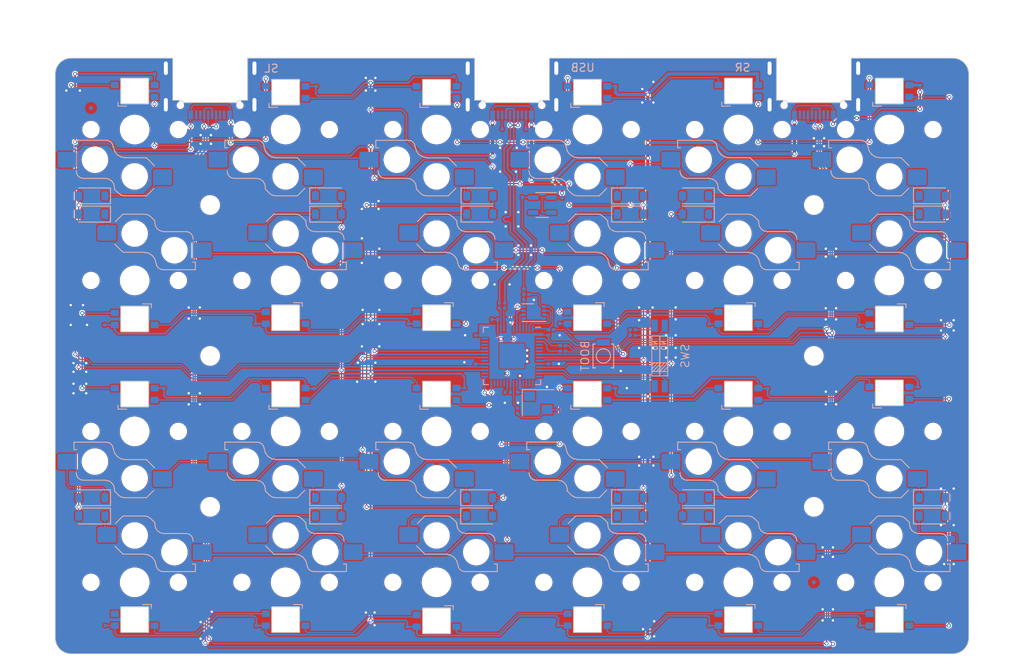
<source format=kicad_pcb>
(kicad_pcb (version 20221018) (generator pcbnew)
  (layers (0 "F.Cu" signal) (31 "B.Cu" signal) (34 "B.Paste" user) (35 "F.Paste" user) (36 "B.SilkS" user "B.Silkscreen") (37 "F.SilkS" user "F.Silkscreen") (38 "B.Mask" user) (39 "F.Mask" user) (44 "Edge.Cuts" user))
  (net 0 "")
  (net 1 "c1")
  (net 2 "c2")
  (net 3 "Net-(D1-K)")
  (net 4 "c3")
  (net 5 "Net-(D2-K)")
  (net 6 "c4")
  (net 7 "Net-(D3-K)")
  (net 8 "c5")
  (net 9 "Net-(D4-K)")
  (net 10 "c6")
  (net 11 "Net-(D5-K)")
  (net 12 "Net-(D6-K)")
  (net 13 "Net-(D7-K)")
  (net 14 "Net-(D8-K)")
  (net 15 "Net-(D9-K)")
  (net 16 "Net-(D10-K)")
  (net 17 "Net-(D11-K)")
  (net 18 "Net-(D12-K)")
  (net 19 "Net-(D13-K)")
  (net 20 "Net-(D14-K)")
  (net 21 "Net-(D15-K)")
  (net 22 "Net-(D16-K)")
  (net 23 "Net-(D17-K)")
  (net 24 "Net-(D18-K)")
  (net 25 "Net-(D19-K)")
  (net 26 "Net-(D20-K)")
  (net 27 "Net-(D21-K)")
  (net 28 "Net-(D22-K)")
  (net 29 "r1")
  (net 30 "r2")
  (net 31 "r3")
  (net 32 "r4")
  (net 33 "Net-(D23-K)")
  (net 34 "Net-(D24-K)")
  (net 35 "Net-(D25-DOUT)")
  (net 36 "Net-(D26-DOUT)")
  (net 37 "Net-(D27-DOUT)")
  (net 38 "Net-(D28-DOUT)")
  (net 39 "Net-(J2-CC1)")
  (net 41 "Net-(J2-CC2)")
  (net 43 "Net-(U1-USB_DP)")
  (net 44 "Net-(U1-USB_DM)")
  (net 46 "/X32MO")
  (net 47 "/X32MI")
  (net 48 "GND")
  (net 52 "/VBUS")
  (net 56 "/V3V3")
  (net 57 "/tx0")
  (net 58 "Net-(C4-Pad1)")
  (net 60 "/rx0")
  (net 64 "/QSPI_SS")
  (net 65 "Net-(R9-Pad1)")
  (net 66 "/QSPI_SD3")
  (net 67 "/QSPI_CLK")
  (net 68 "/QSPI_SD0")
  (net 69 "/QSPI_SD2")
  (net 70 "/QSPI_SD1")
  (net 71 "/V1V1")
  (net 72 "/D+")
  (net 73 "/D-")
  (net 75 "Net-(D29-DOUT)")
  (net 76 "Net-(D30-DOUT)")
  (net 77 "Net-(D31-DOUT)")
  (net 78 "Net-(D32-DOUT)")
  (net 79 "Net-(D33-DOUT)")
  (net 80 "Net-(D34-DOUT)")
  (net 81 "Net-(D35-DOUT)")
  (net 82 "Net-(D36-DOUT)")
  (net 83 "Net-(D37-DOUT)")
  (net 84 "Net-(D38-DOUT)")
  (net 85 "Net-(D39-DOUT)")
  (net 86 "Net-(D40-DOUT)")
  (net 87 "Net-(D41-DOUT)")
  (net 88 "Net-(D42-DOUT)")
  (net 89 "Net-(D43-DOUT)")
  (net 90 "Net-(D44-DOUT)")
  (net 91 "Net-(D45-DOUT)")
  (net 92 "Net-(D46-DOUT)")
  (net 93 "Net-(D47-DOUT)")
  (net 107 "Net-(R4-Pad1)")
  (net 108 "Net-(R7-Pad1)")
  (net 109 "Net-(U1-GPIO9)")
  (net 110 "Net-(U1-GPIO10)")
  (net 113 "/LED")
  (net 114 "Net-(U1-GPIO0)")
  (net 115 "Net-(U1-GPIO1)")
  (footprint "Switch_Keyboard_Kailh:SW_Hotswap_Kailh_Choc_V1" (layer "F.Cu") (at 186.5 107 180)
    (fp_text reference "SW18" hide)
    (fp_text value "SW_Hotswap_Kailh_Choc_V1_1u")
  )
  (footprint "Switch_Keyboard_Kailh:SW_Hotswap_Kailh_Choc_V1" (layer "F.Cu") (at 186.5 88)
    (fp_text reference "SW12" hide)
    (fp_text value "SW_Hotswap_Kailh_Choc_V1_1u")
  )
  (footprint "MCU_RaspberryPi_and_Boards:WS2812_6028_REV_S" (layer "F.Cu") (at 148.5 102.3)
    (fp_text reference "D40" hide)
    (fp_text value "WS2812B")
    (fp_rect (start -1.75 -1.6) (end 1.75 1.6) (stroke (width 0.12)) (fill none) (layer "Edge.Cuts"))
  )
  (footprint "MountingHole:MountingHole_2.2mm_M2" (layer "F.Cu") (at 177 97.5)
    (fp_text reference "H6" hide)
    (fp_text value "MountingHole")
  )
  (footprint "MCU_RaspberryPi_and_Boards:WS2812_6028_REV_S" (layer "F.Cu") (at 167.5 102.3)
    (fp_text reference "D41" hide)
    (fp_text value "WS2812B")
    (fp_rect (start -1.75 -1.6) (end 1.75 1.6) (stroke (width 0.12)) (fill none) (layer "Edge.Cuts"))
  )
  (footprint "Switch_Keyboard_Kailh:SW_Hotswap_Kailh_Choc_V1" (layer "F.Cu") (at 186.5 69 180)
    (fp_text reference "SW6" hide)
    (fp_text value "SW_Hotswap_Kailh_Choc_V1_1u")
  )
  (footprint "Switch_Keyboard_Kailh:SW_Hotswap_Kailh_Choc_V1" (layer "F.Cu") (at 91.499901 107 180)
    (fp_text reference "SW13" hide)
    (fp_text value "SW_Hotswap_Kailh_Choc_V1_1u")
  )
  (footprint "Switch_Keyboard_Kailh:SW_Hotswap_Kailh_Choc_V1" (layer "F.Cu") (at 110.499901 107 180)
    (fp_text reference "SW14" hide)
    (fp_text value "SW_Hotswap_Kailh_Choc_V1_1u")
  )
  (footprint "MCU_RaspberryPi_and_Boards:WS2812_6028_REV_S" (layer "F.Cu") (at 167.5 92.7 180)
    (fp_text reference "D32" hide)
    (fp_text value "WS2812B")
    (fp_rect (start -1.75 -1.6) (end 1.75 1.6) (stroke (width 0.12)) (fill none) (layer "Edge.Cuts"))
  )
  (footprint "MCU_RaspberryPi_and_Boards:WS2812_6028_REV_S" (layer "F.Cu") (at 186.5 102.15)
    (fp_text reference "D42" hide)
    (fp_text value "WS2812B")
    (fp_rect (start -1.75 -1.6) (end 1.75 1.6) (stroke (width 0.12)) (fill none) (layer "Edge.Cuts"))
  )
  (footprint "MCU_RaspberryPi_and_Boards:WS2812_6028_REV_S" (layer "F.Cu") (at 167.5 64.15)
    (fp_text reference "D29" hide)
    (fp_text value "WS2812B")
    (fp_rect (start -1.75 -1.6) (end 1.75 1.6) (stroke (width 0.12)) (fill none) (layer "Edge.Cuts"))
  )
  (footprint "MCU_RaspberryPi_and_Boards:tcase" (layer "F.Cu") (at 139 97.5)
    (fp_text reference "U5" hide)
    (fp_text value "tcase")
  )
  (footprint "Switch_Keyboard_Kailh:SW_Hotswap_Kailh_Choc_V1" (layer "F.Cu") (at 148.5 107 180)
    (fp_text reference "SW16" hide)
    (fp_text value "SW_Hotswap_Kailh_Choc_V1_1u")
  )
  (footprint "Switch_Keyboard_Kailh:SW_Hotswap_Kailh_Choc_V1" (layer "F.Cu") (at 148.5 69 180)
    (fp_text reference "SW4" hide)
    (fp_text value "SW_Hotswap_Kailh_Choc_V1_1u")
  )
  (footprint "MCU_RaspberryPi_and_Boards:WS2812_6028_REV_S" (layer "F.Cu") (at 186.5 130.7 180)
    (fp_text reference "D43" hide)
    (fp_text value "WS2812B")
    (fp_rect (start -1.75 -1.6) (end 1.75 1.6) (stroke (width 0.12)) (fill none) (layer "Edge.Cuts"))
  )
  (footprint "Switch_Keyboard_Kailh:SW_Hotswap_Kailh_Choc_V1" (layer "F.Cu") (at 91.499901 126)
    (fp_text reference "SW19" hide)
    (fp_text value "SW_Hotswap_Kailh_Choc_V1_1u")
  )
  (footprint "Switch_Keyboard_Kailh:SW_Hotswap_Kailh_Choc_V1" (layer "F.Cu") (at 110.499901 126)
    (fp_text reference "SW20" hide)
    (fp_text value "SW_Hotswap_Kailh_Choc_V1_1u")
  )
  (footprint "MCU_RaspberryPi_and_Boards:WS2812_6028_REV_S" (layer "F.Cu") (at 148.5 64.3)
    (fp_text reference "D28" hide)
    (fp_text value "WS2812B")
    (fp_rect (start -1.75 -1.6) (end 1.75 1.6) (stroke (width 0.12)) (fill none) (layer "Edge.Cuts"))
  )
  (footprint "Switch_Keyboard_Kailh:SW_Hotswap_Kailh_Choc_V1" (layer "F.Cu") (at 167.5 69 180)
    (fp_text reference "SW5" hide)
    (fp_text value "SW_Hotswap_Kailh_Choc_V1_1u")
  )
  (footprint "MCU_RaspberryPi_and_Boards:WS2812_6028_REV_S" (layer "F.Cu") (at 148.5 92.7 180)
    (fp_text reference "D33" hide)
    (fp_text value "WS2812B")
    (fp_rect (start -1.75 -1.6) (end 1.75 1.6) (stroke (width 0.12)) (fill none) (layer "Edge.Cuts"))
  )
  (footprint "MCU_RaspberryPi_and_Boards:WS2812_6028_REV_S" (layer "F.Cu") (at 186.5 92.85 180)
    (fp_text reference "D31" hide)
    (fp_text value "WS2812B")
    (fp_rect (start -1.75 -1.6) (end 1.75 1.6) (stroke (width 0.12)) (fill none) (layer "Edge.Cuts"))
  )
  (footprint "MCU_RaspberryPi_and_Boards:WS2812_6028_REV_S" (layer "F.Cu") (at 167.5 130.7 180)
    (fp_text reference "D44" hide)
    (fp_text value "WS2812B")
    (fp_rect (start -1.75 -1.6) (end 1.75 1.6) (stroke (width 0.12)) (fill none) (layer "Edge.Cuts"))
  )
  (footprint "Switch_Keyboard_Kailh:SW_Hotswap_Kailh_Choc_V1" (layer "F.Cu") (at 91.499901 69 180)
    (fp_text reference "SW1" hide)
    (fp_text value "SW_Hotswap_Kailh_Choc_V1_1u")
  )
  (footprint "MCU_RaspberryPi_and_Boards:WS2812_6028_REV_S" (layer "F.Cu") (at 91.5 92.85 180)
    (fp_text reference "D36" hide)
    (fp_text value "WS2812B")
    (fp_rect (start -1.75 -1.6) (end 1.75 1.6) (stroke (width 0.12)) (fill none) (layer "Edge.Cuts"))
  )
  (footprint "Switch_Keyboard_Kailh:SW_Hotswap_Kailh_Choc_V1" (layer "F.Cu") (at 110.499901 88)
    (fp_text reference "SW8" hide)
    (fp_text value "SW_Hotswap_Kailh_Choc_V1_1u")
  )
  (footprint "Switch_Keyboard_Kailh:SW_Hotswap_Kailh_Choc_V1" (layer "F.Cu") (at 91.499901 88)
    (fp_text reference "SW7" hide)
    (fp_text value "SW_Hotswap_Kailh_Choc_V1_1u")
  )
  (footprint "Switch_Keyboard_Kailh:SW_Hotswap_Kailh_Choc_V1" (layer "F.Cu") (at 148.5 88)
    (fp_text reference "SW10" hide)
    (fp_text value "SW_Hotswap_Kailh_Choc_V1_1u")
  )
  (footprint "Switch_Keyboard_Kailh:SW_Hotswap_Kailh_Choc_V1" (layer "F.Cu") (at 167.5 107 180)
    (fp_text reference "SW17" hide)
    (fp_text value "SW_Hotswap_Kailh_Choc_V1_1u")
  )
  (footprint "MCU_RaspberryPi_and_Boards:WS2812_6028_REV_S" (layer "F.Cu") (at 129.5 64.3)
    (fp_text reference "D27" hide)
    (fp_text value "WS2812B")
    (fp_rect (start -1.75 -1.6) (end 1.75 1.6) (stroke (width 0.12)) (fill none) (layer "Edge.Cuts"))
  )
  (footprint "MCU_RaspberryPi_and_Boards:WS2812_6028_REV_S" (layer "F.Cu") (at 186.5 64.15)
    (fp_text reference "D30" hide)
    (fp_text value "WS2812B")
    (fp_rect (start -1.75 -1.6) (end 1.75 1.6) (stroke (width 0.12)) (fill none) (layer "Edge.Cuts"))
  )
  (footprint "MCU_RaspberryPi_and_Boards:WS2812_6028_REV_S" (layer "F.Cu") (at 129.5 130.85 180)
    (fp_text reference "D46" hide)
    (fp_text value "WS2812B")
    (fp_rect (start -1.75 -1.6) (end 1.75 1.6) (stroke (width 0.12)) (fill none) (layer "Edge.Cuts"))
  )
  (footprint "MCU_RaspberryPi_and_Boards:WS2812_6028_REV_S" (layer "F.Cu") (at 129.5 92.7 180)
    (fp_text reference "D34" hide)
    (fp_text value "WS2812B")
    (fp_rect (start -1.75 -1.6) (end 1.75 1.6) (stroke (width 0.12)) (fill none) (layer "Edge.Cuts"))
  )
  (footprint "Switch_Keyboard_Kailh:SW_Hotswap_Kailh_Choc_V1" (layer "F.Cu") (at 129.499901 88)
    (fp_text reference "SW9" hide)
    (fp_text value "SW_Hotswap_Kailh_Choc_V1_1u")
  )
  (footprint "MCU_RaspberryPi_and_Boards:WS2812_6028_REV_S" (layer "F.Cu") (at 110.5 130.7 180)
    (fp_text reference "D47" hide)
    (fp_text value "WS2812B")
    (fp_rect (start -1.75 -1.6) (end 1.75 1.6) (stroke (width 0.12)) (fill none) (layer "Edge.Cuts"))
  )
  (footprint "MCU_RaspberryPi_and_Boards:WS2812_6028_REV_S" (layer "F.Cu") (at 91.5 64.15)
    (fp_text reference "D25" hide)
    (fp_text value "WS2812B")
    (fp_rect (start -1.75 -1.6) (end 1.75 1.6) (stroke (width 0.12)) (fill none) (layer "Edge.Cuts"))
  )
  (footprint "Switch_Keyboard_Kailh:SW_Hotswap_Kailh_Choc_V1" (layer "F.Cu") (at 110.499901 69 180)
    (fp_text reference "SW2" hide)
    (fp_text value "SW_Hotswap_Kailh_Choc_V1_1u")
  )
  (footprint "MCU_RaspberryPi_and_Boards:WS2812_6028_REV_S" (layer "F.Cu") (at 129.5 102.3)
    (fp_text reference "D39" hide)
    (fp_text value "WS2812B")
    (fp_rect (start -1.75 -1.6) (end 1.75 1.6) (stroke (width 0.12)) (fill none) (layer "Edge.Cuts"))
  )
  (footprint "Switch_Keyboard_Kailh:SW_Hotswap_Kailh_Choc_V1" (layer "F.Cu") (at 148.5 126)
    (fp_text reference "SW22" hide)
    (fp_text value "SW_Hotswap_Kailh_Choc_V1_1u")
  )
  (footprint "MountingHole:MountingHole_2.2mm_M2" (layer "F.Cu") (at 177 78.5)
    (fp_text reference "H2" hide)
    (fp_text value "MountingHole")
  )
  (footprint "Switch_Keyboard_Kailh:SW_Hotswap_Kailh_Choc_V1" (layer "F.Cu") (at 167.5 88)
    (fp_text reference "SW11" hide)
    (fp_text value "SW_Hotswap_Kailh_Choc_V1_1u")
  )
  (footprint "MCU_RaspberryPi_and_Boards:WS2812_6028_REV_S" (layer "F.Cu") (at 110.5 92.7 180)
    (fp_text reference "D35" hide)
    (fp_text value "WS2812B")
    (fp_rect (start -1.75 -1.6) (end 1.75 1.6) (stroke (width 0.12)) (fill none) (layer "Edge.Cuts"))
  )
  (footprint "Switch_Keyboard_Kailh:SW_Hotswap_Kailh_Choc_V1" (layer "F.Cu") (at 129.499901 69 180)
    (fp_text reference "SW3" hide)
    (fp_text value "SW_Hotswap_Kailh_Choc_V1_1u")
  )
  (footprint "MountingHole:MountingHole_2.2mm_M2" (layer "F.Cu") (at 101 97.5)
    (fp_text reference "H5" hide)
    (fp_text value "MountingHole")
  )
  (footprint "MCU_RaspberryPi_and_Boards:WS2812_6028_REV_S" (layer "F.Cu") (at 91.5 102.3)
    (fp_text reference "D37" hide)
    (fp_text value "WS2812B")
    (fp_rect (start -1.75 -1.6) (end 1.75 1.6) (stroke (width 0.12)) (fill none) (layer "Edge.Cuts"))
  )
  (footprint "MCU_RaspberryPi_and_Boards:WS2812_6028_REV_S" (layer "F.Cu") (at 110.5 64.3)
    (fp_text reference "D26" hide)
    (fp_text value "WS2812B")
    (fp_rect (start -1.75 -1.6) (end 1.75 1.6) (stroke (width 0.12)) (fill none) (layer "Edge.Cuts"))
  )
  (footprint "MCU_RaspberryPi_and_Boards:WS2812_6028_REV_S" (layer "F.Cu") (at 148.5 130.7 180)
    (fp_text reference "D45" hide)
    (fp_text value "WS2812B")
    (fp_rect (start -1.75 -1.6) (end 1.75 1.6) (stroke (width 0.12)) (fill none) (layer "Edge.Cuts"))
  )
  (footprint "MCU_RaspberryPi_and_Boards:WS2812_6028_REV_S" (layer "F.Cu") (at 110.5 102.3)
    (fp_text reference "D38" hide)
    (fp_text value "WS2812B")
    (fp_rect (start -1.75 -1.6) (end 1.75 1.6) (stroke (width 0.12)) (fill none) (layer "Edge.Cuts"))
  )
  (footprint "Switch_Keyboard_Kailh:SW_Hotswap_Kailh_Choc_V1" (layer "F.Cu") (at 186.5 126)
    (fp_text reference "SW24" hide)
    (fp_text value "SW_Hotswap_Kailh_Choc_V1_1u")
  )
  (footprint "MountingHole:MountingHole_2.2mm_M2" (layer "F.Cu") (at 101 116.5)
    (fp_text reference "H4" hide)
    (fp_text value "MountingHole")
  )
  (footprint "Switch_Keyboard_Kailh:SW_Hotswap_Kailh_Choc_V1" (layer "F.Cu") (at 167.5 126)
    (fp_text reference "SW23" hide)
    (fp_text value "SW_Hotswap_Kailh_Choc_V1_1u")
  )
  (footprint "MCU_RaspberryPi_and_Boards:WS2812_6028_REV_S" (layer "F.Cu") (at 91.5 130.7 180)
    (fp_text reference "D48" hide)
    (fp_text value "WS2812B")
    (fp_rect (start -1.75 -1.6) (end 1.75 1.6) (stroke (width 0.12)) (fill none) (layer "Edge.Cuts"))
  )
  (footprint "MountingHole:MountingHole_2.2mm_M2" (layer "F.Cu") (at 177 116.5)
    (fp_text reference "H3" hide)
    (fp_text value "MountingHole")
  )
  (footprint "Switch_Keyboard_Kailh:SW_Hotswap_Kailh_Choc_V1" (layer "F.Cu") (at 129.499901 107 180)
    (fp_text reference "SW15" hide)
    (fp_text value "SW_Hotswap_Kailh_Choc_V1_1u")
  )
  (footprint "MountingHole:MountingHole_2.2mm_M2" (layer "F.Cu") (at 101 78.5)
    (fp_text reference "H1" hide)
    (fp_text value "MountingHole")
  )
  (footprint "Switch_Keyboard_Kailh:SW_Hotswap_Kailh_Choc_V1" (layer "F.Cu") (at 129.499901 126)
    (fp_text reference "SW21" hide)
    (fp_text value "SW_Hotswap_Kailh_Choc_V1_1u")
  )
  (footprint "Resistor_SMD:R_0201_0603Metric" (layer "B.Cu") (at 134.1 98.5)
    (fp_text reference "C11" hide)
    (fp_text value "100nF ±10% 25V 0201")
  )
  (footprint "Diode_SMD:D_SOD-123" (layer "B.Cu") (at 134.95 79.65)
    (fp_text reference "D9" hide)
    (fp_text value "1N4148W,100V 150mA 4ns T4")
  )
  (footprint "Resistor_SMD:R_0201_0603Metric" (layer "B.Cu") (at 138.1 91.15 90)
    (fp_text reference "R5" hide)
    (fp_text value "27Ω ±1% 50mW 0201")
  )
  (footprint "Resistor_SMD:R_0201_0603Metric" (layer "B.Cu") (at 87.4 93.6)
    (fp_text reference "C23" hide)
    (fp_text value "100nF ±10% 25V 0201")
  )
  (footprint "Resistor_SMD:R_0201_0603Metric" (layer "B.Cu") (at 154.2 94.2 180)
    (fp_text reference "R7" hide)
    (fp_text value "1kΩ ±1% 50mW 0201")
  )
  (footprint "Resistor_SMD:R_0201_0603Metric" (layer "B.Cu") (at 143.9 94.2 180)
    (fp_text reference "R9" hide)
    (fp_text value "1kΩ ±1% 50mW 0201")
  )
  (footprint "Fiducial:Fiducial_0.5mm_Mask1.5mm" (layer "B.Cu") (at 177 126 180)
    (fp_text reference "FID2" hide)
    (fp_text value "Fiducial")
  )
  (footprint "Resistor_SMD:R_0201_0603Metric" (layer "B.Cu") (at 171.5 101.6 180)
    (fp_text reference "C26" hide)
    (fp_text value "100nF ±10% 25V 0201")
  )
  (footprint "Diode_SMD:D_SOD-123" (layer "B.Cu") (at 134.9 117.65)
    (fp_text reference "D21" hide)
    (fp_text value "1N4148W,100V 150mA 4ns T4")
  )
  (footprint "Resistor_SMD:R_0201_0603Metric" (layer "B.Cu") (at 145.4 96.9)
    (fp_text reference "R11" hide)
    (fp_text value "27Ω ±1% 50mW 0201")
  )
  (footprint "Resistor_SMD:R_0201_0603Metric" (layer "B.Cu") (at 94 61.7 -90)
    (fp_text reference "C21" hide)
    (fp_text value "100nF ±10% 25V 0201")
  )
  (footprint "Diode_SMD:D_SOD-123" (layer "B.Cu") (at 115.9 115.35)
    (fp_text reference "D14" hide)
    (fp_text value "1N4148W,100V 150mA 4ns T4")
  )
  (footprint "Resistor_SMD:R_0201_0603Metric" (layer "B.Cu") (at 154.2 94.9 180)
    (fp_text reference "R4" hide)
    (fp_text value "1kΩ ±1% 50mW 0201")
  )
  (footprint "Resistor_SMD:R_0201_0603Metric" (layer "B.Cu") (at 190.7 63.4 180)
    (fp_text reference "C34" hide)
    (fp_text value "100nF ±10% 25V 0201")
  )
  (footprint "Resistor_SMD:R_0201_0603Metric" (layer "B.Cu") (at 140.75 69.25 -90)
    (fp_text reference "R2" hide)
    (fp_text value "5.1k 0201")
  )
  (footprint "Resistor_SMD:R_0201_0603Metric" (layer "B.Cu") (at 114.7 63.55 180)
    (fp_text reference "C20" hide)
    (fp_text value "100nF ±10% 25V 0201")
  )
  (footprint "Resistor_SMD:R_0201_0603Metric" (layer "B.Cu") (at 182.4 93.6)
    (fp_text reference "C27" hide)
    (fp_text value "100nF ±10% 25V 0201")
  )
  (footprint "Diode_SMD:D_SOD-123" (layer "B.Cu") (at 162.1 115.35 180)
    (fp_text reference "D17" hide)
    (fp_text value "1N4148W,100V 150mA 4ns T4")
  )
  (footprint "Diode_SMD:D_SOD-123" (layer "B.Cu") (at 86.1 117.65 180)
    (fp_text reference "D19" hide)
    (fp_text value "1N4148W,100V 150mA 4ns T4")
  )
  (footprint "Resistor_SMD:R_0201_0603Metric" (layer "B.Cu") (at 140.8 90.45 180)
    (fp_text reference "C5" hide)
    (fp_text value "100nF ±10% 25V 0201")
  )
  (footprint "Resistor_SMD:R_0201_0603Metric" (layer "B.Cu") (at 137.75 69.25 -90)
    (fp_text reference "R1" hide)
    (fp_text value "5.1k 0201")
  )
  (footprint "Diode_SMD:D_SOD-123" (layer "B.Cu") (at 115.9 117.65)
    (fp_text reference "D20" hide)
    (fp_text value "1N4148W,100V 150mA 4ns T4")
  )
  (footprint "Resistor_SMD:R_0201_0603Metric" (layer "B.Cu") (at 139.7 102.395 -90)
    (fp_text reference "C3" hide)
    (fp_text value "22pF ±5% 50V 0603")
  )
  (footprint "Diode_SMD:D_SOD-123" (layer "B.Cu") (at 153.9 77.35)
    (fp_text reference "D4" hide)
    (fp_text value "1N4148W,100V 150mA 4ns T4")
  )
  (footprint "Resistor_SMD:R_0201_0603Metric" (layer "B.Cu") (at 125.65 93.45)
    (fp_text reference "C28" hide)
    (fp_text value "100nF ±10% 25V 0201")
  )
  (footprint "Diode_SMD:D_SOD-123" (layer "B.Cu") (at 115.9 79.65)
    (fp_text reference "D8" hide)
    (fp_text value "1N4148W,100V 150mA 4ns T4")
  )
  (footprint "josh-connectors:USB_C_TYPE-C-31-M-14" (layer "B.Cu") (at 101 64.3)
    (fp_text reference "J3" hide)
    (fp_text value "USB_C_U262-161N-4BVC11")
    (fp_line (start -4.7 -4.3) (end -4.7 1) (stroke (width 0.1)) (layer "Edge.Cuts"))
    (fp_line (start -4.7 1) (end -3.8 1) (stroke (width 0.1)) (layer "Edge.Cuts"))
    (fp_line (start -3.8 1) (end -3.2 1.3) (stroke (width 0.1)) (layer "Edge.Cuts"))
    (fp_line (start -3.2 1.3) (end 3.2 1.3) (stroke (width 0.1)) (layer "Edge.Cuts"))
    (fp_line (start 3.8 1) (end 3.2 1.3) (stroke (width 0.1)) (layer "Edge.Cuts"))
    (fp_line (start 4.7 -4.3) (end 4.7 1) (stroke (width 0.1)) (layer "Edge.Cuts"))
    (fp_line (start 4.7 1) (end 3.8 1) (stroke (width 0.1)) (layer "Edge.Cuts"))
  )
  (footprint "Resistor_SMD:R_0201_0603Metric" (layer "B.Cu") (at 137.4 91.15 90)
    (fp_text reference "R6" hide)
    (fp_text value "27Ω ±1% 50mW 0201")
  )
  (footprint "Resistor_SMD:R_0201_0603Metric" (layer "B.Cu") (at 152.35 63.55 180)
    (fp_text reference "C36" hide)
    (fp_text value "100nF ±10% 25V 0201")
  )
  (footprint "Resistor_SMD:R_0201_0603Metric" (layer "B.Cu") (at 106.4 93.45)
    (fp_text reference "C30" hide)
    (fp_text value "100nF ±10% 25V 0201")
  )
  (footprint "Fiducial:Fiducial_0.5mm_Mask1.5mm" (layer "B.Cu") (at 86 66.3 180)
    (fp_text reference "FID1" hide)
    (fp_text value "Fiducial")
  )
  (footprint "Resistor_SMD:R_0201_0603Metric" (layer "B.Cu") (at 182.5 131.45)
    (fp_text reference "C39" hide)
    (fp_text value "100nF ±10% 25V 0201")
  )
  (footprint "Resistor_SMD:R_0201_0603Metric" (layer "B.Cu") (at 145.3 77.9 -90)
    (fp_text reference "C1" hide)
    (fp_text value "2.2uF ±10% 10V")
  )
  (footprint "Package_TO_SOT_SMD:SOT-23-5" (layer "B.Cu") (at 142.8 78.5 180)
    (fp_text reference "U2" hide)
    (fp_text value "ME6219C33M5G")
  )
  (footprint "Resistor_SMD:R_0201_0603Metric" (layer "B.Cu") (at 139.7 104.395 90)
    (fp_text reference "R3" hide)
    (fp_text value "1kΩ ±1% 50mW 0201")
  )
  (footprint "Diode_SMD:D_SOD-123" (layer "B.Cu") (at 162.1 117.65 180)
    (fp_text reference "D23" hide)
    (fp_text value "1N4148W,100V 150mA 4ns T4")
  )
  (footprint "Resistor_SMD:R_0201_0603Metric" (layer "B.Cu") (at 145.4 96.2)
    (fp_text reference "R10" hide)
    (fp_text value "27Ω ±1% 50mW 0201")
  )
  (footprint "Resistor_SMD:R_0201_0603Metric" (layer "B.Cu") (at 138.35 92.6 -90)
    (fp_text reference "C10" hide)
    (fp_text value "100nF ±10% 25V 0201")
  )
  (footprint "Diode_SMD:D_SOD-123" (layer "B.Cu") (at 86.1 115.35 180)
    (fp_text reference "D13" hide)
    (fp_text value "1N4148W,100V 150mA 4ns T4")
  )
  (footprint "Resistor_SMD:R_0201_0603Metric" (layer "B.Cu") (at 169.9 61.7 -90)
    (fp_text reference "C35" hide)
    (fp_text value "100nF ±10% 25V 0201")
  )
  (footprint "Resistor_SMD:R_0201_0603Metric" (layer "B.Cu") (at 114.05 101.3 -90)
    (fp_text reference "C25" hide)
    (fp_text value "100nF ±10% 25V 0201")
  )
  (footprint "Resistor_SMD:R_0201_0603Metric" (layer "B.Cu") (at 87.5 131.45)
    (fp_text reference "C38" hide)
    (fp_text value "100nF ±10% 25V 0201")
  )
  (footprint "Diode_SMD:D_SOD-123" (layer "B.Cu") (at 153.9 79.65)
    (fp_text reference "D10" hide)
    (fp_text value "1N4148W,100V 150mA 4ns T4")
  )
  (footprint "Diode_SMD:D_SOD-123" (layer "B.Cu") (at 115.9 77.35)
    (fp_text reference "D2" hide)
    (fp_text value "1N4148W,100V 150mA 4ns T4")
  )
  (footprint "Switches:B3U-1000P" (layer "B.Cu") (at 150.5 97.5 90)
    (fp_text reference "SW25" hide)
    (fp_text value "SW_Push")
  )
  (footprint "Resistor_SMD:R_0201_0603Metric" (layer "B.Cu") (at 163.5 131.45)
    (fp_text reference "C40" hide)
    (fp_text value "100nF ±10% 25V 0201")
  )
  (footprint "Diode_SMD:D_SOD-123" (layer "B.Cu") (at 191.9 77.35)
    (fp_text reference "D6" hide)
    (fp_text value "1N4148W,100V 150mA 4ns T4")
  )
  (footprint "Resistor_SMD:R_0201_0603Metric" (layer "B.Cu") (at 190.4 101.4 180)
    (fp_text reference "C19" hide)
    (fp_text value "100nF ±10% 25V 0201")
  )
  (footprint "Resistor_SMD:R_0201_0603Metric" (layer "B.Cu") (at 144.5 131.4)
    (fp_text reference "C17" hide)
    (fp_text value "100nF ±10% 25V 0201")
  )
  (footprint "Diode_SMD:D_SOD-123" (layer "B.Cu") (at 153.9 115.35)
    (fp_text reference "D16" hide)
    (fp_text value "1N4148W,100V 150mA 4ns T4")
  )
  (footprint "MCU_RaspberryPi_and_Boards:RP2040-QFN-56" (layer "B.Cu") (at 139 97.5 180)
    (fp_text reference "U1" hide)
    (fp_text value "RP2040  ARM Cortex-M0 133MHz")
  )
  (footprint "Resistor_SMD:R_0201_0603Metric" (layer "B.Cu") (at 163.5 93.5)
    (fp_text reference "C22" hide)
    (fp_text value "100nF ±10% 25V 0201")
  )
  (footprint "Diode_SMD:D_SOD-123" (layer "B.Cu") (at 191.9 115.35)
    (fp_text reference "D18" hide)
    (fp_text value "1N4148W,100V 150mA 4ns T4")
  )
  (footprint "Resistor_SMD:R_0201_0603Metric" (layer "B.Cu") (at 144.75 103.95 90)
    (fp_text reference "C4" hide)
    (fp_text value "22pF ±5% 50V 0603")
  )
  (footprint "Resistor_SMD:R_0201_0603Metric" (layer "B.Cu") (at 139.1 92.6 -90)
    (fp_text reference "C13" hide)
    (fp_text value "100nF ±10% 25V 0201")
  )
  (footprint "Resistor_SMD:R_0201_0603Metric" (layer "B.Cu") (at 152.35 101.55 180)
    (fp_text reference "C18" hide)
    (fp_text value "100nF ±10% 25V 0201")
  )
  (footprint "Capacitor_SMD:C_0201_0603Metric" (layer "B.Cu") (at 137.2 92.6 -90)
    (fp_text reference "C14" hide)
    (fp_text value "1uF ±20% 6.3V 0201")
  )
  (footprint "Diode_SMD:D_SOD-123" (layer "B.Cu") (at 134.9 115.35)
    (fp_text reference "D15" hide)
    (fp_text value "1N4148W,100V 150mA 4ns T4")
  )
  (footprint "Resistor_SMD:R_0201_0603Metric" (layer "B.Cu") (at 138.8 102.4 90)
    (fp_text reference "C12" hide)
    (fp_text value "100nF ±10% 25V 0201")
  )
  (footprint "Resistor_SMD:R_0201_0603Metric" (layer "B.Cu") (at 106.5 131.45)
    (fp_text reference "C31" hide)
    (fp_text value "100nF ±10% 25V 0201")
  )
  (footprint "Resistor_SMD:R_0201_0603Metric" (layer "B.Cu") (at 143.9 98.5 180)
    (fp_text reference "C9" hide)
    (fp_text value "100nF ±10% 25V 0201")
  )
  (footprint "Resistor_SMD:R_0201_0603Metric" (layer "B.Cu") (at 131.7 62 -90)
    (fp_text reference "C37" hide)
    (fp_text value "100nF ±10% 25V 0201")
  )
  (footprint "Resistor_SMD:R_0201_0603Metric" (layer "B.Cu") (at 140.8 89.05 180)
    (fp_text reference "C8" hide)
    (fp_text value "100nF ±10% 25V 0201")
  )
  (footprint "Diode_SMD:D_SOD-123" (layer "B.Cu") (at 153.9 117.65)
    (fp_text reference "D22" hide)
    (fp_text value "1N4148W,100V 150mA 4ns T4")
  )
  (footprint "Diode_SMD:D_SOD-123" (layer "B.Cu") (at 134.95 77.35)
    (fp_text reference "D3" hide)
    (fp_text value "1N4148W,100V 150mA 4ns T4")
  )
  (footprint "Resistor_SMD:R_0201_0603Metric" (layer "B.Cu") (at 125.5 131.6)
    (fp_text reference "C24" hide)
    (fp_text value "100nF ±10% 25V 0201")
  )
  (footprint "Resistor_SMD:R_0201_0603Metric" (layer "B.Cu") (at 145 93.1 -90)
    (fp_text reference "C29" hide)
    (fp_text value "100nF ±10% 25V 0201")
  )
  (footprint "Diode_SMD:D_SOD-123" (layer "B.Cu") (at 86.1 79.65 180)
    (fp_text reference "D7" hide)
    (fp_text value "1N4148W,100V 150mA 4ns T4")
  )
  (footprint "Diode_SMD:D_SOD-123" (layer "B.Cu") (at 162.1 77.35 180)
    (fp_text reference "D5" hide)
    (fp_text value "1N4148W,100V 150mA 4ns T4")
  )
  (footprint "Crystal:Crystal_SMD_3225-4Pin_3.2x2.5mm" (layer "B.Cu") (at 142.3 103.4)
    (fp_text reference "Y1" hide)
    (fp_text value "32MHz ±10ppm 20pF  SMD3225-4P")
  )
  (footprint "MCU_RaspberryPi_and_Boards:bcase" (layer "B.Cu") (at 139 97.5 180)
    (fp_text reference "U4" hide)
    (fp_text value "bcase")
  )
  (footprint "Diode_SMD:D_SOD-123" (layer "B.Cu") (at 191.9 117.65)
    (fp_text reference "D24" hide)
    (fp_text value "1N4148W,100V 150mA 4ns T4")
  )
  (footprint "Switches:DSHP02TSGET" (layer "B.Cu") (at 157.6 97.5 180)
    (fp_text reference "SW26" hide)
    (fp_text value "DSHP02TSGET")
  )
  (footprint "josh-connectors:USB_C_TYPE-C-31-M-14" (layer "B.Cu") (at 139 64.3)
    (fp_text reference "J2" hide)
    (fp_text value "USB_C_U262-161N-4BVC11")
    (fp_line (start -4.7 -4.3) (end -4.7 1) (stroke (width 0.1)) (layer "Edge.Cuts"))
    (fp_line (start -4.7 1) (end -3.8 1) (stroke (width 0.1)) (layer "Edge.Cuts"))
    (fp_line (start -3.8 1) (end -3.2 1.3) (stroke (width 0.1)) (layer "Edge.Cuts"))
    (fp_line (start -3.2 1.3) (end 3.2 1.3) (stroke (width 0.1)) (layer "Edge.Cuts"))
    (fp_line (start 3.8 1) (end 3.2 1.3) (stroke (width 0.1)) (layer "Edge.Cuts"))
    (fp_line (start 4.7 -4.3) (end 4.7 1) (stroke (width 0.1)) (layer "Edge.Cuts"))
    (fp_line (start 4.7 1) (end 3.8 1) (stroke (width 0.1)) (layer "Edge.Cuts"))
  )
  (footprint "Package_SON:SON-8-1EP_3x2mm_P0.5mm_EP1.4x1.6mm" (layer "B.Cu") (at 141.75 92.05 180)
    (fp_text reference "U3" hide)
    (fp_text value "W25Q16JVUXIQ")
  )
  (footprint "Resistor_SMD:R_0201_0603Metric" (layer "B.Cu") (at 140.3 77.2 90)
    (fp_text reference "C2" hide)
    (fp_text value "2.2uF ±10% 10V")
  )
  (footprint "Capacitor_SMD:C_0201_0603Metric" (layer "B.Cu") (at 143.9 94.9)
    (fp_text reference "C6" hide)
    (fp_text value "1uF ±20% 6.3V 0201")
  )
  (footprint "Resistor_SMD:R_0201_0603Metric" (layer "B.Cu") (at 138.1 102.4 -90)
    (fp_text reference "C16" hide)
    (fp_text value "100nF ±10% 25V 0201")
  )
  (footprint "Resistor_SMD:R_0201_0603Metric" (layer "B.Cu") (at 136.45 92.6 90)
    (fp_text reference "C15" hide)
    (fp_text value "100nF ±10% 25V 0201")
  )
  (footprint "Resistor_SMD:R_0201_0603Metric" (layer "B.Cu") (at 134.1 94.9)
    (fp_text reference "C7" hide)
    (fp_text value "100nF ±10% 25V 0201")
  )
  (footprint "Resistor_SMD:R_0201_0603Metric" (layer "B.Cu") (at 133.355 101.55 180)
    (fp_text reference "C33" hide)
    (fp_text value "100nF ±10% 25V 0201")
  )
  (footprint "Resistor_SMD:R_0201_0603Metric" (layer "B.Cu") (at 95.5 101.55 180)
    (fp_text reference "C32" hide)
    (fp_text value "100nF ±10% 25V 0201")
  )
  (footprint "josh-connectors:USB_C_TYPE-C-31-M-14" (layer "B.Cu") (at 177 64.3)
    (fp_text reference "J1" hide)
    (fp_text value "USB_C_U262-161N-4BVC11")
    (fp_line (start -4.7 -4.3) (end -4.7 1) (stroke (width 0.1)) (layer "Edge.Cuts"))
    (fp_line (start -4.7 1) (end -3.8 1) (stroke (width 0.1)) (layer "Edge.Cuts"))
    (fp_line (start -3.8 1) (end -3.2 1.3) (stroke (width 0.1)) (layer "Edge.Cuts"))
    (fp_line (start -3.2 1.3) (end 3.2 1.3) (stroke (width 0.1)) (layer "Edge.Cuts"))
    (fp_line (start 3.8 1) (end 3.2 1.3) (stroke (width 0.1)) (layer "Edge.Cuts"))
    (fp_line (start 4.7 -4.3) (end 4.7 1) (stroke (width 0.1)) (layer "Edge.Cuts"))
    (fp_line (start 4.7 1) (end 3.8 1) (stroke (width 0.1)) (layer "Edge.Cuts"))
  )
  (footprint "Diode_SMD:D_SOD-123" (layer "B.Cu") (at 86.1 77.35 180)
    (fp_text reference "D1" hide)
    (fp_text value "1N4148W,100V 150mA 4ns T4")
  )
  (footprint "Diode_SMD:D_SOD-123" (layer "B.Cu") (at 191.9 79.65)
    (fp_text reference "D12" hide)
    (fp_text value "1N4148W,100V 150mA 4ns T4")
  )
  (footprint "Resistor_SMD:R_0201_0603Metric" (layer "B.Cu") (at 140.8 89.75 180)
    (fp_text reference "R8" hide)
    (fp_text value "10kΩ ±1% 50mW 0201")
  )
  (footprint "Diode_SMD:D_SOD-123" (layer "B.Cu") (at 162.1 79.65 180)
    (fp_text reference "D11" hide)
    (fp_text value "1N4148W,100V 150mA 4ns T4")
  )
  (gr_line (start 81.5 133) (end 81.5 62) (stroke (width 0.1)) (layer "Edge.Cuts"))
  (gr_line (start 196.5 62) (end 196.5 133) (stroke (width 0.1)) (layer "Edge.Cuts"))
  (gr_arc (start 83.5 135) (mid 82.085786 134.414214) (end 81.5 133) (stroke (width 0.1)) (layer "Edge.Cuts"))
  (gr_line (start 181.7 60) (end 194.5 60) (stroke (width 0.1)) (layer "Edge.Cuts"))
  (gr_line (start 194.5 135) (end 83.5 135) (stroke (width 0.1)) (layer "Edge.Cuts"))
  (gr_line (start 143.7 60) (end 172.3 60) (stroke (width 0.1)) (layer "Edge.Cuts"))
  (gr_arc (start 81.5 62) (mid 82.085786 60.585786) (end 83.5 60) (stroke (width 0.1)) (layer "Edge.Cuts"))
  (gr_arc (start 196.5 133) (mid 195.914214 134.414214) (end 194.5 135) (stroke (width 0.1)) (layer "Edge.Cuts"))
  (gr_arc (start 194.5 60) (mid 195.914214 60.585786) (end 196.5 62) (stroke (width 0.1)) (layer "Edge.Cuts"))
  (gr_line (start 105.7 60) (end 134.3 60) (stroke (width 0.1)) (layer "Edge.Cuts"))
  (gr_line (start 83.5 60) (end 96.3 60) (stroke (width 0.1)) (layer "Edge.Cuts"))
  (gr_text "SR" (at 169.1 61.8) (layer "B.SilkS") (effects (font (size 1 1)) (justify left bottom mirror)))
  (gr_text "SWS" (at 160.8 97.5 90) (layer "B.SilkS") (effects (font (size 1 1) (thickness 0.12)) (justify mirror)))
  (gr_text "USB" (at 149.5 61.8) (layer "B.SilkS") (effects (font (size 1 1)) (justify left bottom mirror)))
  (gr_text "BOOT" (at 148.2 97.5 90) (layer "B.SilkS") (effects (font (size 1 1) (thickness 0.12)) (justify mirror)))
  (gr_text "SL" (at 109.7 61.9) (layer "B.SilkS") (effects (font (size 1 1)) (justify left bottom mirror)))
  (segment (start 84.45 78.5) (end 84.45 116.5) (width 0.15) (layer "F.Cu") (net 1))
  (via (at 84.45 98.9) (size 0.5) (drill 0.3) (layers "F.Cu" "B.Cu") (net 1))
  (via (at 84.45 116.5) (size 0.5) (drill 0.3) (layers "F.Cu" "B.Cu") (net 1))
  (via (at 84.45 78.5) (size 0.5) (drill 0.3) (layers "F.Cu" "B.Cu") (net 1))
  (segment (start 84.45 79.65) (end 84.45 77.35) (width 0.15) (layer "B.Cu") (net 1))
  (segment (start 104.825 98.875) (end 135.5375 98.875) (width 0.15) (layer "B.Cu") (net 1))
  (segment (start 135.5375 98.875) (end 135.5625 98.9) (width 0.15) (layer "B.Cu") (net 1))
  (segment (start 84.45 98.9) (end 97.3 98.9) (width 0.15) (layer "B.Cu") (net 1))
  (segment (start 84.45 78.5) (end 84.45 79.65) (width 0.15) (layer "B.Cu") (net 1))
  (segment (start 84.45 116.5) (end 84.45 115.35) (width 0.15) (layer "B.Cu") (net 1))
  (segment (start 103.3 100.4) (end 104.825 98.875) (width 0.15) (layer "B.Cu") (net 1))
  (segment (start 84.45 117.65) (end 84.45 115.35) (width 0.15) (layer "B.Cu") (net 1))
  (segment (start 97.3 98.9) (end 98.8 100.4) (width 0.15) (layer "B.Cu") (net 1))
  (segment (start 98.8 100.4) (end 103.3 100.4) (width 0.15) (layer "B.Cu") (net 1))
  (segment (start 117.55 99.3) (end 117.55 81.3) (width 0.15) (layer "F.Cu") (net 2))
  (segment (start 117.55 113.85) (end 117.55 99.3) (width 0.15) (layer "F.Cu") (net 2))
  (via (at 117.55 99.3) (size 0.5) (drill 0.3) (layers "F.Cu" "B.Cu") (net 2))
  (via (at 117.55 81.3) (size 0.5) (drill 0.3) (layers "F.Cu" "B.Cu") (net 2))
  (via (at 117.55 113.85) (size 0.5) (drill 0.3) (layers "F.Cu" "B.Cu") (net 2))
  (segment (start 117.55 81.3) (end 117.55 79.65) (width 0.15) (layer "B.Cu") (net 2))
  (segment (start 117.55 115.35) (end 117.55 113.85) (width 0.15) (layer "B.Cu") (net 2))
  (segment (start 117.55 77.35) (end 117.55 79.65) (width 0.15) (layer "B.Cu") (net 2))
  (segment (start 117.55 117.65) (end 117.55 115.35) (width 0.15) (layer "B.Cu") (net 2))
  (segment (start 135.5625 99.3) (end 117.55 99.3) (width 0.15) (layer "B.Cu") (net 2))
  (segment (start 87.75 77.35) (end 92.649901 77.35) (width 0.15) (layer "B.Cu") (net 3))
  (segment (start 92.649901 77.35) (end 94.999901 75) (width 0.15) (layer "B.Cu") (net 3))
  (segment (start 120.7 116.5) (end 120.7 78.5) (width 0.15) (layer "F.Cu") (net 4))
  (segment (start 135.5625 102.1) (end 136.125 102.6625) (width 0.15) (layer "F.Cu") (net 4))
  (segment (start 138.125 115.125) (end 137.9 115.35) (width 0.15) (layer "F.Cu") (net 4))
  (segment (start 136.125 102.6625) (end 136.125 102.975) (width 0.15) (layer "F.Cu") (net 4))
  (segment (start 136.125 102.975) (end 138.125 104.975) (width 0.15) (layer "F.Cu") (net 4))
  (segment (start 138.125 104.975) (end 138.125 115.125) (width 0.15) (layer "F.Cu") (net 4))
  (via (at 135.5625 102.1) (size 0.5) (drill 0.3) (layers "F.Cu" "B.Cu") (net 4))
  (via (at 120.7 78.5) (size 0.5) (drill 0.3) (layers "F.Cu" "B.Cu") (net 4))
  (via (at 137.9 115.35) (size 0.5) (drill 0.3) (layers "F.Cu" "B.Cu") (net 4))
  (via (at 120.7 116.5) (size 0.5) (drill 0.3) (layers "F.Cu" "B.Cu") (net 4))
  (segment (start 136.6 78.5) (end 136.6 79.65) (width 0.15) (layer "B.Cu") (net 4))
  (segment (start 136.6 77.35) (end 136.6 78.5) (width 0.15) (layer "B.Cu") (net 4))
  (segment (start 136.55 116.5) (end 120.7 116.5) (width 0.15) (layer "B.Cu") (net 4))
  (segment (start 136.55 116.5) (end 136.55 115.35) (width 0.15) (layer "B.Cu") (net 4))
  (segment (start 135.5625 102.1) (end 135.5625 100.1) (width 0.15) (layer "B.Cu") (net 4))
  (segment (start 136.55 117.65) (end 136.55 116.5) (width 0.15) (layer "B.Cu") (net 4))
  (segment (start 120.7 78.5) (end 136.6 78.5) (width 0.15) (layer "B.Cu") (net 4))
  (segment (start 137.9 115.35) (end 136.55 115.35) (width 0.15) (layer "B.Cu") (net 4))
  (segment (start 114.25 75.250099) (end 113.999901 75) (width 0.15) (layer "B.Cu") (net 5))
  (segment (start 114.25 77.35) (end 114.25 75.250099) (width 0.15) (layer "B.Cu") (net 5))
  (segment (start 155.55 114.1) (end 155.55 78.5) (width 0.15) (layer "F.Cu") (net 6))
  (via (at 155.55 114.1) (size 0.5) (drill 0.3) (layers "F.Cu" "B.Cu") (net 6))
  (via (at 155.55 78.5) (size 0.5) (drill 0.3) (layers "F.Cu" "B.Cu") (net 6))
  (via (at 155.5505 98) (size 0.5) (drill 0.3) (layers "F.Cu" "B.Cu") (net 6))
  (segment (start 155.55 115.35) (end 155.55 114.1) (width 0.15) (layer "B.Cu") (net 6))
  (segment (start 155.55 78.5) (end 155.55 79.65) (width 0.15) (layer "B.Cu") (net 6))
  (segment (start 155.55 77.35) (end 155.55 79.65) (width 0.15) (layer "B.Cu") (net 6))
  (segment (start 143 98.1) (end 142.4375 98.1) (width 0.15) (layer "B.Cu") (net 6))
  (segment (start 155.5505 98) (end 143.1 98) (width 0.15) (layer "B.Cu") (net 6))
  (segment (start 155.55 115.35) (end 155.55 117.65) (width 0.15) (layer "B.Cu") (net 6))
  (segment (start 143.1 98) (end 143 98.1) (width 0.15) (layer "B.Cu") (net 6))
  (segment (start 133.3 77.35) (end 132.999901 77.049901) (width 0.15) (layer "B.Cu") (net 7))
  (segment (start 132.999901 77.049901) (end 132.999901 75) (width 0.15) (layer "B.Cu") (net 7))
  (segment (start 159.05 112.5) (end 159.05 79.65) (width 0.15) (layer "F.Cu") (net 8))
  (via (at 159.05 112.5) (size 0.5) (drill 0.3) (layers "F.Cu" "B.Cu") (net 8))
  (via (at 159.05 98.45) (size 0.5) (drill 0.3) (layers "F.Cu" "B.Cu") (net 8))
  (via (at 159.05 79.65) (size 0.5) (drill 0.3) (layers "F.Cu" "B.Cu") (net 8))
  (segment (start 160.45 115.35) (end 160.45 117.65) (width 0.15) (layer "B.Cu") (net 8))
  (segment (start 160.45 79.65) (end 160.45 77.35) (width 0.15) (layer "B.Cu") (net 8))
  (segment (start 159.05 79.65) (end 160.45 79.65) (width 0.15) (layer "B.Cu") (net 8))
  (segment (start 145.575 98.925) (end 142.4625 98.925) (width 0.15) (layer "B.Cu") (net 8))
  (segment (start 146.05 98.45) (end 145.575 98.925) (width 0.15) (layer "B.Cu") (net 8))
  (segment (start 160.45 115.35) (end 159.05 113.95) (width 0.15) (layer "B.Cu") (net 8))
  (segment (start 159.05 98.45) (end 146.05 98.45) (width 0.15) (layer "B.Cu") (net 8))
  (segment (start 142.4625 98.925) (end 142.4375 98.9) (width 0.15) (layer "B.Cu") (net 8))
  (segment (start 159.05 113.95) (end 159.05 112.5) (width 0.15) (layer "B.Cu") (net 8))
  (segment (start 152.25 75.25) (end 152 75) (width 0.15) (layer "B.Cu") (net 9))
  (segment (start 152.25 77.35) (end 152.25 75.25) (width 0.15) (layer "B.Cu") (net 9))
  (segment (start 193.55 116.5) (end 193.55 78.5) (width 0.15) (layer "F.Cu") (net 10))
  (via (at 193.55 116.5) (size 0.5) (drill 0.3) (layers "F.Cu" "B.Cu") (net 10))
  (via (at 193.55 95.05) (size 0.5) (drill 0.3) (layers "F.Cu" "B.Cu") (net 10))
  (via (at 193.55 78.5) (size 0.5) (drill 0.3) (layers "F.Cu" "B.Cu") (net 10))
  (segment (start 193.55 115.35) (end 193.55 116.5) (width 0.15) (layer "B.Cu") (net 10))
  (segment (start 193.55 78.5) (end 193.55 79.65) (width 0.15) (layer "B.Cu") (net 10))
  (segment (start 193.55 95.05) (end 175.3 95.05) (width 0.15) (layer "B.Cu") (net 10))
  (segment (start 153.55 96.55) (end 153.55 97.4) (width 0.15) (layer "B.Cu") (net 10))
  (segment (start 154.15 95.95) (end 153.55 96.55) (width 0.15) (layer "B.Cu") (net 10))
  (segment (start 175.3 95.05) (end 174.4 95.95) (width 0.15) (layer "B.Cu") (net 10))
  (segment (start 174.4 95.95) (end 154.15 95.95) (width 0.15) (layer "B.Cu") (net 10))
  (segment (start 153.55 97.4) (end 153.25 97.7) (width 0.15) (layer "B.Cu") (net 10))
  (segment (start 193.55 79.65) (end 193.55 77.35) (width 0.15) (layer "B.Cu") (net 10))
  (segment (start 193.55 115.35) (end 193.55 117.65) (width 0.15) (layer "B.Cu") (net 10))
  (segment (start 153.25 97.7) (end 142.4375 97.7) (width 0.15) (layer "B.Cu") (net 10))
  (segment (start 163.75 77.35) (end 168.65 77.35) (width 0.15) (layer "B.Cu") (net 11))
  (segment (start 168.65 77.35) (end 171 75) (width 0.15) (layer "B.Cu") (net 11))
  (segment (start 190.25 77.35) (end 190 77.1) (width 0.15) (layer "B.Cu") (net 12))
  (segment (start 190 77.1) (end 190 75) (width 0.15) (layer "B.Cu") (net 12))
  (segment (start 87.999901 79.899901) (end 87.999901 82) (width 0.15) (layer "B.Cu") (net 13))
  (segment (start 87.75 79.65) (end 87.999901 79.899901) (width 0.15) (layer "B.Cu") (net 13))
  (segment (start 109.349901 79.65) (end 106.999901 82) (width 0.15) (layer "B.Cu") (net 14))
  (segment (start 114.25 79.65) (end 109.349901 79.65) (width 0.15) (layer "B.Cu") (net 14))
  (segment (start 128.349901 79.65) (end 125.999901 82) (width 0.15) (layer "B.Cu") (net 15))
  (segment (start 133.3 79.65) (end 128.349901 79.65) (width 0.15) (layer "B.Cu") (net 15))
  (segment (start 152.25 79.65) (end 147.35 79.65) (width 0.15) (layer "B.Cu") (net 16))
  (segment (start 147.35 79.65) (end 145 82) (width 0.15) (layer "B.Cu") (net 16))
  (segment (start 163.75 79.65) (end 163.75 81.75) (width 0.15) (layer "B.Cu") (net 17))
  (segment (start 163.75 81.75) (end 164 82) (width 0.15) (layer "B.Cu") (net 17))
  (segment (start 190.25 79.65) (end 185.35 79.65) (width 0.15) (layer "B.Cu") (net 18))
  (segment (start 185.35 79.65) (end 183 82) (width 0.15) (layer "B.Cu") (net 18))
  (segment (start 87.75 115.35) (end 87.75 114.35) (width 0.15) (layer "B.Cu") (net 19))
  (segment (start 83.400099 114.099901) (end 83.4 114.1) (width 0.15) (layer "B.Cu") (net 19))
  (segment (start 83.4 114.1) (end 82.999901 113.699901) (width 0.15) (layer "B.Cu") (net 19))
  (segment (start 87.75 114.35) (end 87.499901 114.099901) (width 0.15) (layer "B.Cu") (net 19))
  (segment (start 87.499901 114.099901) (end 83.400099 114.099901) (width 0.15) (layer "B.Cu") (net 19))
  (segment (start 82.999901 113.699901) (end 82.999901 110.8) (width 0.15) (layer "B.Cu") (net 19))
  (segment (start 114.25 115.35) (end 113.999901 115.099901) (width 0.15) (layer "B.Cu") (net 20))
  (segment (start 113.999901 115.099901) (end 113.999901 113) (width 0.15) (layer "B.Cu") (net 20))
  (segment (start 133.25 113.250099) (end 132.999901 113) (width 0.15) (layer "B.Cu") (net 21))
  (segment (start 133.25 115.35) (end 133.25 113.250099) (width 0.15) (layer "B.Cu") (net 21))
  (segment (start 152 115.1) (end 152.25 115.35) (width 0.15) (layer "B.Cu") (net 22))
  (segment (start 152 113) (end 152 115.1) (width 0.15) (layer "B.Cu") (net 22))
  (segment (start 168.65 115.35) (end 171 113) (width 0.15) (layer "B.Cu") (net 23))
  (segment (start 163.75 115.35) (end 168.65 115.35) (width 0.15) (layer "B.Cu") (net 23))
  (segment (start 190.25 115.35) (end 190.25 113.25) (width 0.15) (layer "B.Cu") (net 24))
  (segment (start 190.25 113.25) (end 190 113) (width 0.15) (layer "B.Cu") (net 24))
  (segment (start 87.75 117.65) (end 87.75 119.750099) (width 0.15) (layer "B.Cu") (net 25))
  (segment (start 87.75 119.750099) (end 87.999901 120) (width 0.15) (layer "B.Cu") (net 25))
  (segment (start 114.25 117.65) (end 109.349901 117.65) (width 0.15) (layer "B.Cu") (net 26))
  (segment (start 109.349901 117.65) (end 106.999901 120) (width 0.15) (layer "B.Cu") (net 26))
  (segment (start 133.25 117.65) (end 126.55 117.65) (width 0.15) (layer "B.Cu") (net 27))
  (segment (start 126.55 117.65) (end 125.999901 118.200099) (width 0.15) (layer "B.Cu") (net 27))
  (segment (start 125.999901 118.200099) (end 125.999901 120) (width 0.15) (layer "B.Cu") (net 27))
  (segment (start 145.65 117.65) (end 145 118.3) (width 0.15) (layer "B.Cu") (net 28))
  (segment (start 145 118.3) (end 145 120) (width 0.15) (layer "B.Cu") (net 28))
  (segment (start 152.25 117.65) (end 145.65 117.65) (width 0.15) (layer "B.Cu") (net 28))
  (segment (start 136.55 73.65) (end 136.55 75.55) (width 0.15) (layer "F.Cu") (net 29))
  (segment (start 121.7 96.9) (end 121.7 75.1) (width 0.15) (layer "F.Cu") (net 29))
  (segment (start 136.55 75.55) (end 136.8 75.8) (width 0.15) (layer "F.Cu") (net 29))
  (segment (start 136.8 75.8) (end 140 75.8) (width 0.15) (layer "F.Cu") (net 29))
  (segment (start 153.9 78.5) (end 153.9 73.3) (width 0.15) (layer "F.Cu") (net 29))
  (segment (start 146.2 75.8) (end 146.2 78.5) (width 0.15) (layer "F.Cu") (net 29))
  (via (at 146.2 75.8) (size 0.5) (drill 0.3) (layers "F.Cu" "B.Cu") (net 29))
  (via (at 121.7 75.1) (size 0.5) (drill 0.3) (layers "F.Cu" "B.Cu") (net 29))
  (via (at 136.55 73.65) (size 0.5) (drill 0.3) (layers "F.Cu" "B.Cu") (net 29))
  (via (at 153.9 73.3) (size 0.5) (drill 0.3) (layers "F.Cu" "B.Cu") (net 29))
  (via (at 140 75.8) (size 0.5) (drill 0.3) (layers "F.Cu" "B.Cu") (net 29))
  (via (at 121.7 96.9) (size 0.5) (drill 0.3) (layers "F.Cu" "B.Cu") (net 29))
  (via (at 146.2 78.5) (size 0.5) (drill 0.3) (layers "F.Cu" "B.Cu") (net 29))
  (via (at 153.9 78.5) (size 0.5) (drill 0.3) (layers "F.Cu" "B.Cu") (net 29))
  (segment (start 127.95 72.7) (end 135.6 72.7) (width 0.15) (layer "B.Cu") (net 29))
  (segment (start 88.246446 70.8) (end 89.346447 71.9) (width 0.15) (layer "B.Cu") (net 29))
  (segment (start 102 72.8) (end 102.35 72.8) (width 0.15) (layer "B.Cu") (net 29))
  (segment (start 82.999901 72.8) (end 84.999901 70.8) (width 0.15) (layer "B.Cu") (net 29))
  (segment (start 161.35 75.15) (end 163.55 75.15) (width 0.15) (layer "B.Cu") (net 29))
  (segment (start 84.999901 70.8) (end 88.246446 70.8) (width 0.15) (layer "B.Cu") (net 29))
  (segment (start 108.611092 72.6) (end 120.8 72.6) (width 0.15) (layer "B.Cu") (net 29))
  (segment (start 101.099901 71.9) (end 101.999901 72.8) (width 0.15) (layer "B.Cu") (net 29))
  (segment (start 177.7 72.5) (end 178 72.8) (width 0.15) (layer "B.Cu") (net 29))
  (segment (start 135.5625 96.9) (end 121.7 96.9) (width 0.15) (layer "B.Cu") (net 29))
  (segment (start 140 75.8) (end 146.2 75.8) (width 0.15) (layer "B.Cu") (net 29))
  (segment (start 121.7 75.1) (end 121.7 73.500099) (width 0.15) (layer "B.Cu") (net 29))
  (segment (start 89.346447 71.9) (end 101.099901 71.9) (width 0.15) (layer "B.Cu") (net 29))
  (segment (start 120.8 72.6) (end 121 72.8) (width 0.15) (layer "B.Cu") (net 29))
  (segment (start 146.2 78.5) (end 153.9 78.5) (width 0.15) (layer "B.Cu") (net 29))
  (segment (start 121.7 73.500099) (end 120.999901 72.8) (width 0.15) (layer "B.Cu") (net 29))
  (segment (start 135.6 72.7) (end 136.55 73.65) (width 0.15) (layer "B.Cu") (net 29))
  (segment (start 121.7 75.1) (end 125.55 75.1) (width 0.15) (layer "B.Cu") (net 29))
  (segment (start 125.55 75.1) (end 127.95 72.7) (width 0.15) (layer "B.Cu") (net 29))
  (segment (start 158.5 73.3) (end 159 72.8) (width 0.15) (layer "B.Cu") (net 29))
  (segment (start 163.55 75.15) (end 166.2 72.5) (width 0.15) (layer "B.Cu") (net 29))
  (segment (start 104.275 70.875) (end 106.886092 70.875) (width 0.15) (layer "B.Cu") (net 29))
  (segment (start 166.2 72.5) (end 177.7 72.5) (width 0.15) (layer "B.Cu") (net 29))
  (segment (start 140 75.8) (end 140 72.8) (width 0.15) (layer "B.Cu") (net 29))
  (segment (start 102.35 72.8) (end 104.275 70.875) (width 0.15) (layer "B.Cu") (net 29))
  (segment (start 153.9 73.3) (end 158.5 73.3) (width 0.15) (layer "B.Cu") (net 29))
  (segment (start 159 72.8) (end 161.35 75.15) (width 0.15) (layer "B.Cu") (net 29))
  (segment (start 106.886092 70.875) (end 108.611092 72.6) (width 0.15) (layer "B.Cu") (net 29))
  (segment (start 153 97.2755) (end 152.2 96.4755) (width 0.15) (layer "F.Cu") (net 30))
  (segment (start 139.5 84.2) (end 142.8 84.2) (width 0.15) (layer "F.Cu") (net 30))
  (segment (start 152.2 96.4755) (end 152.2 86.4) (width 0.15) (layer "F.Cu") (net 30))
  (via (at 142.8 84.2) (size 0.5) (drill 0.3) (layers "F.Cu" "B.Cu") (net 30))
  (via (at 152.2 86.4) (size 0.5) (drill 0.3) (layers "F.Cu" "B.Cu") (net 30))
  (via (at 153 97.2755) (size 0.5) (drill 0.3) (layers "F.Cu" "B.Cu") (net 30))
  (via (at 139.5 84.2) (size 0.5) (drill 0.3) (layers "F.Cu" "B.Cu") (net 30))
  (segment (start 112.3 84.6) (end 114.1 86.4) (width 0.15) (layer "B.Cu") (net 30))
  (segment (start 192.7 81.9) (end 195 84.2) (width 0.15) (layer "B.Cu") (net 30))
  (segment (start 150.5 84.7) (end 143.3 84.7) (width 0.15) (layer "B.Cu") (net 30))
  (segment (start 100.399901 84.6) (end 112.3 84.6) (width 0.15) (layer "B.Cu") (net 30))
  (segment (start 116.799901 86.4) (end 118.999901 84.2) (width 0.15) (layer "B.Cu") (net 30))
  (segment (start 114.1 86.4) (end 116.799901 86.4) (width 0.15) (layer "B.Cu") (net 30))
  (segment (start 157.3 84.5) (end 168.600099 84.5) (width 0.15) (layer "B.Cu") (net 30))
  (segment (start 153 97.2755) (end 152.9755 97.3) (width 0.15) (layer "B.Cu") (net 30))
  (segment (start 152.2 86.4) (end 154.8 86.4) (width 0.15) (layer "B.Cu") (net 30))
  (segment (start 190.200099 81.9) (end 192.7 81.9) (width 0.15) (layer "B.Cu") (net 30))
  (segment (start 154.8 86.4) (end 157 84.2) (width 0.15) (layer "B.Cu") (net 30))
  (segment (start 119.3 84.5) (end 130.5 84.5) (width 0.15) (layer "B.Cu") (net 30))
  (segment (start 152.9755 97.3) (end 142.4375 97.3) (width 0.15) (layer "B.Cu") (net 30))
  (segment (start 152.2 86.4) (end 150.5 84.7) (width 0.15) (layer "B.Cu") (net 30))
  (segment (start 168.600099 84.5) (end 171.300099 81.8) (width 0.15) (layer "B.Cu") (net 30))
  (segment (start 176 84.2) (end 176.3 84.5) (width 0.15) (layer "B.Cu") (net 30))
  (segment (start 99.999901 84.2) (end 100.399901 84.6) (width 0.15) (layer "B.Cu") (net 30))
  (segment (start 130.5 84.5) (end 133.1 81.9) (width 0.15) (layer "B.Cu") (net 30))
  (segment (start 137.999901 84.2) (end 139.5 84.2) (width 0.15) (layer "B.Cu") (net 30))
  (segment (start 157 84.2) (end 157.3 84.5) (width 0.15) (layer "B.Cu") (net 30))
  (segment (start 171.300099 81.8) (end 173.6 81.8) (width 0.15) (layer "B.Cu") (net 30))
  (segment (start 176.3 84.5) (end 187.600099 84.5) (width 0.15) (layer "B.Cu") (net 30))
  (segment (start 173.6 81.8) (end 176 84.2) (width 0.15) (layer "B.Cu") (net 30))
  (segment (start 187.600099 84.5) (end 190.200099 81.9) (width 0.15) (layer "B.Cu") (net 30))
  (segment (start 135.7 81.9) (end 138 84.2) (width 0.15) (layer "B.Cu") (net 30))
  (segment (start 133.1 81.9) (end 135.7 81.9) (width 0.15) (layer "B.Cu") (net 30))
  (segment (start 119 84.2) (end 119.3 84.5) (width 0.15) (layer "B.Cu") (net 30))
  (segment (start 143.3 84.7) (end 142.8 84.2) (width 0.15) (layer "B.Cu") (net 30))
  (segment (start 120.2 97.8) (end 120.2 109.3) (width 0.15) (layer "F.Cu") (net 31))
  (via (at 120.2 109.3) (size 0.5) (drill 0.3) (layers "F.Cu" "B.Cu") (net 31))
  (via (at 120.2 97.8) (size 0.5) (drill 0.3) (layers "F.Cu" "B.Cu") (net 31))
  (segment (start 158.849901 110.7) (end 161.249901 113.1) (width 0.15) (layer "B.Cu") (net 31))
  (segment (start 120.649901 110.45) (end 121.049901 110.85) (width 0.15) (layer "B.Cu") (net 31))
  (segment (start 97.199901 110.8) (end 101.999901 110.8) (width 0.15) (layer "B.Cu") (net 31))
  (segment (start 106.825 113.1) (end 109.475 110.45) (width 0.15) (layer "B.Cu") (net 31))
  (segment (start 147.1 110.7) (end 158.849901 110.7) (width 0.15) (layer "B.Cu") (net 31))
  (segment (start 128.2 110.8) (end 140 110.8) (width 0.15) (layer "B.Cu") (net 31))
  (segment (start 120.2 109.3) (end 120.2 110.000099) (width 0.15) (layer "B.Cu") (net 31))
  (segment (start 104.299901 113.1) (end 106.825 113.1) (width 0.15) (layer "B.Cu") (net 31))
  (segment (start 166.5 110.5) (end 177.649901 110.5) (width 0.15) (layer "B.Cu") (net 31))
  (segment (start 161.249901 113.1) (end 163.9 113.1) (width 0.15) (layer "B.Cu") (net 31))
  (segment (start 120.3 97.7) (end 120.2 97.8) (width 0.15) (layer "B.Cu") (net 31))
  (segment (start 109.475 110.45) (end 120.649901 110.45) (width 0.15) (layer "B.Cu") (net 31))
  (segment (start 94.999901 113) (end 97.199901 110.8) (width 0.15) (layer "B.Cu") (net 31))
  (segment (start 140 110.8) (end 142.3 113.1) (width 0.15) (layer "B.Cu") (net 31))
  (segment (start 102.049901 110.85) (end 104.299901 113.1) (width 0.15) (layer "B.Cu") (net 31))
  (segment (start 123.249901 113.1) (end 125.9 113.1) (width 0.15) (layer "B.Cu") (net 31))
  (segment (start 177.649901 110.5) (end 178.049901 110.9) (width 0.15) (layer "B.Cu") (net 31))
  (segment (start 142.3 113.1) (end 144.7 113.1) (width 0.15) (layer "B.Cu") (net 31))
  (segment (start 125.9 113.1) (end 128.2 110.8) (width 0.15) (layer "B.Cu") (net 31))
  (segment (start 135.5625 97.7) (end 120.3 97.7) (width 0.15) (layer "B.Cu") (net 31))
  (segment (start 163.9 113.1) (end 166.5 110.5) (width 0.15) (layer "B.Cu") (net 31))
  (segment (start 144.7 113.1) (end 147.1 110.7) (width 0.15) (layer "B.Cu") (net 31))
  (segment (start 120.2 110.000099) (end 120.999901 110.8) (width 0.15) (layer "B.Cu") (net 31))
  (segment (start 121.049901 110.9) (end 123.249901 113.1) (width 0.15) (layer "B.Cu") (net 31))
  (segment (start 136.4 102.85) (end 136.4 102.1) (width 0.2) (layer "F.Cu") (net 32))
  (segment (start 138.4 104.85) (end 136.4 102.85) (width 0.2) (layer "F.Cu") (net 32))
  (segment (start 138.4 120.6) (end 138.4 104.85) (width 0.2) (layer "F.Cu") (net 32))
  (via (at 136.4 102.1) (size 0.5) (drill 0.3) (layers "F.Cu" "B.Cu") (net 32))
  (via (at 138.4 120.6) (size 0.5) (drill 0.3) (layers "F.Cu" "B.Cu") (net 32))
  (segment (start 168.7 122.4) (end 171.2 119.9) (width 0.2) (layer "B.Cu") (net 32))
  (segment (start 138.4 122.5) (end 149.8 122.5) (width 0.2) (layer "B.Cu") (net 32))
  (segment (start 100.688809 122.5) (end 100.194355 122.005546) (width 0.2) (layer "B.Cu") (net 32))
  (segment (start 137.999901 122.2) (end 135.599901 119.8) (width 0.2) (layer "B.Cu") (net 32))
  (segment (start 116.8 119.8) (end 114.3 119.8) (width 0.2) (layer "B.Cu") (net 32))
  (segment (start 171.2 119.9) (end 174.1 119.9) (width 0.2) (layer "B.Cu") (net 32))
  (segment (start 138.4 120.6) (end 138.4 122.5) (width 0.2) (layer "B.Cu") (net 32))
  (segment (start 157.2 122.4) (end 168.7 122.4) (width 0.2) (layer "B.Cu") (net 32))
  (segment (start 135.599901 119.8) (end 133.4 119.8) (width 0.2) (layer "B.Cu") (net 32))
  (segment (start 111.6 122.5) (end 100.688809 122.5) (width 0.2) (layer "B.Cu") (net 32))
  (segment (start 133.4 119.8) (end 130.7 122.5) (width 0.2) (layer "B.Cu") (net 32))
  (segment (start 136.4 102.1) (end 136.4 100.9375) (width 0.2) (layer "B.Cu") (net 32))
  (segment (start 119.5 122.5) (end 116.8 119.8) (width 0.2) (layer "B.Cu") (net 32))
  (segment (start 152.4 119.9) (end 154.7 119.9) (width 0.2) (layer "B.Cu") (net 32))
  (segment (start 114.3 119.8) (end 111.6 122.5) (width 0.2) (layer "B.Cu") (net 32))
  (segment (start 149.8 122.5) (end 152.4 119.9) (width 0.2) (layer "B.Cu") (net 32))
  (segment (start 138.4 120.6) (end 138.4 121.799901) (width 0.15) (layer "B.Cu") (net 32))
  (segment (start 154.7 119.9) (end 157.2 122.4) (width 0.2) (layer "B.Cu") (net 32))
  (segment (start 174.1 119.9) (end 176.4 122.2) (width 0.2) (layer "B.Cu") (net 32))
  (segment (start 138.4 121.799901) (end 137.999901 122.2) (width 0.15) (layer "B.Cu") (net 32))
  (segment (start 130.7 122.5) (end 119.5 122.5) (width 0.2) (layer "B.Cu") (net 32))
  (segment (start 176.4 122.2) (end 180.8 122.2) (width 0.2) (layer "B.Cu") (net 32))
  (segment (start 180.8 122.2) (end 183 120) (width 0.2) (layer "B.Cu") (net 32))
  (segment (start 163.75 117.65) (end 164 117.9) (width 0.15) (layer "B.Cu") (net 33))
  (segment (start 164 117.9) (end 164 120) (width 0.15) (layer "B.Cu") (net 33))
  (segment (start 195 120.1) (end 195 122.2) (width 0.15) (layer "B.Cu") (net 34))
  (segment (start 190.5 119.9) (end 194.8 119.9) (width 0.15) (layer "B.Cu") (net 34))
  (segment (start 190.25 119.65) (end 190.5 119.9) (width 0.15) (layer "B.Cu") (net 34))
  (segment (start 190.25 117.65) (end 190.25 119.65) (width 0.15) (layer "B.Cu") (net 34))
  (segment (start 194.8 119.9) (end 195 120.1) (width 0.15) (layer "B.Cu") (net 34))
  (segment (start 94 71) (end 94 65.8) (width 0.15) (layer "F.Cu") (net 35))
  (segment (start 108 70.2) (end 108 62.6) (width 0.15) (layer "F.Cu") (net 35))
  (via (at 94 71) (size 0.5) (drill 0.3) (layers "F.Cu" "B.Cu") (net 35))
  (via (at 94 65.8) (size 0.5) (drill 0.3) (layers "F.Cu" "B.Cu") (net 35))
  (via (at 108 62.6) (size 0.5) (drill 0.3) (layers "F.Cu" "B.Cu") (net 35))
  (via (at 108 70.2) (size 0.5) (drill 0.3) (layers "F.Cu" "B.Cu") (net 35))
  (segment (start 98.8 70.2) (end 98 71) (width 0.15) (layer "B.Cu") (net 35))
  (segment (start 98 71) (end 94 71) (width 0.15) (layer "B.Cu") (net 35))
  (segment (start 108 70.2) (end 98.8 70.2) (width 0.15) (layer "B.Cu") (net 35))
  (segment (start 94 65.8) (end 94 64.9) (width 0.15) (layer "B.Cu") (net 35))
  (segment (start 108 63.55) (end 108 62.6) (width 0.15) (layer "B.Cu") (net 35))
  (segment (start 113 65.05) (end 118.95 65.05) (width 0.15) (layer "B.Cu") (net 36))
  (segment (start 120.45 63.55) (end 127 63.55) (width 0.15) (layer "B.Cu") (net 36))
  (segment (start 118.95 65.05) (end 120.45 63.55) (width 0.15) (layer "B.Cu") (net 36))
  (segment (start 146 70.6) (end 146 62.5) (width 0.15) (layer "F.Cu") (net 37))
  (segment (start 137.5 70.6) (end 140.4 70.6) (width 0.15) (layer "F.Cu") (net 37))
  (segment (start 132.1 70.6) (end 132.1 65.9) (width 0.15) (layer "F.Cu") (net 37))
  (via (at 140.4 70.6) (size 0.5) (drill 0.3) (layers "F.Cu" "B.Cu") (net 37))
  (via (at 146 62.5) (size 0.5) (drill 0.3) (layers "F.Cu" "B.Cu") (net 37))
  (via (at 137.5 70.6) (size 0.5) (drill 0.3) (layers "F.Cu" "B.Cu") (net 37))
  (via (at 132.1 70.6) (size 0.5) (drill 0.3) (layers "F.Cu" "B.Cu") (net 37))
  (via (at 146 70.6) (size 0.5) (drill 0.3) (layers "F.Cu" "B.Cu") (net 37))
  (via (at 132.1 65.9) (size 0.5) (drill 0.3) (layers "F.Cu" "B.Cu") (net 37))
  (segment (start 137.5 70.6) (end 132.1 70.6) (width 0.15) (layer "B.Cu") (net 37))
  (segment (start 132.1 65.9) (end 132.1 65.15) (width 0.15) (layer "B.Cu") (net 37))
  (segment (start 146 70.6) (end 140.4 70.6) (width 0.15) (layer "B.Cu") (net 37))
  (segment (start 146 62.5) (end 146 63.55) (width 0.15) (layer "B.Cu") (net 37))
  (segment (start 132.1 65.15) (end 132 65.05) (width 0.15) (layer "B.Cu") (net 37))
  (segment (start 156.35 65.05) (end 158.925 62.475) (width 0.15) (layer "B.Cu") (net 38))
  (segment (start 164.825 62.475) (end 165 62.65) (width 0.15) (layer "B.Cu") (net 38))
  (segment (start 165 62.65) (end 165 63.4) (width 0.15) (layer "B.Cu") (net 38))
  (segment (start 158.925 62.475) (end 164.825 62.475) (width 0.15) (layer "B.Cu") (net 38))
  (segment (start 151 65.05) (end 156.35 65.05) (width 0.15) (layer "B.Cu") (net 38))
  (segment (start 137.75 68.93) (end 137.75 67.185) (width 0.15) (layer "B.Cu") (net 39))
  (segment (start 140.75 68.93) (end 140.75 67.185) (width 0.15) (layer "B.Cu") (net 41))
  (segment (start 137.975 91.595) (end 138.1 91.47) (width 0.15) (layer "B.Cu") (net 43))
  (segment (start 138 94.0625) (end 137.975 94.0375) (width 0.15) (layer "B.Cu") (net 43))
  (segment (start 137.975 94.0375) (end 137.975 91.595) (width 0.15) (layer "B.Cu") (net 43))
  (segment (start 137.6 94.0625) (end 137.6 91.67) (width 0.15) (layer "B.Cu") (net 44))
  (segment (start 137.6 91.67) (end 137.4 91.47) (width 0.15) (layer "B.Cu") (net 44))
  (segment (start 139.7 104.075) (end 139.2 103.575) (width 0.15) (layer "B.Cu") (net 46))
  (segment (start 139.2 103.575) (end 139.2 100.9375) (width 0.15) (layer "B.Cu") (net 46))
  (segment (start 139.6 100.9375) (end 139.6 101.975) (width 0.15) (layer "B.Cu") (net 47))
  (segment (start 139.6 101.975) (end 139.7 102.075) (width 0.15) (layer "B.Cu") (net 47))
  (segment (start 139.7 102.075) (end 140.725 102.075) (width 0.15) (layer "B.Cu") (net 47))
  (segment (start 140.725 102.075) (end 141.2 102.55) (width 0.15) (layer "B.Cu") (net 47))
  (via (at 84.6 64.1) (size 0.5) (drill 0.3) (layers "F.Cu" "B.Cu") (net 48))
  (via (at 121.8 100.75) (size 0.5) (drill 0.3) (layers "F.Cu" "B.Cu") (net 48))
  (via (at 85.4 99.5) (size 0.5) (drill 0.3) (layers "F.Cu" "B.Cu") (net 48))
  (via (at 159.6 97.7) (size 0.5) (drill 0.3) (layers "F.Cu" "B.Cu") (net 48))
  (via (at 120.1 85.8) (size 0.5) (drill 0.3) (layers "F.Cu" "B.Cu") (net 48))
  (via (at 141.4 84.8) (size 0.5) (drill 0.3) (layers "F.Cu" "B.Cu") (net 48))
  (via (at 193 93) (size 0.5) (drill 0.3) (layers "F.Cu" "B.Cu") (net 48))
  (via (at 152.7 99.4) (size 0.5) (drill 0.3) (layers "F.Cu" "B.Cu") (net 48))
  (via (at 121.7 131.4) (size 0.5) (drill 0.3) (layers "F.Cu" "B.Cu") (net 48))
  (via (at 156.8 63) (size 0.5) (drill 0.3) (layers "F.Cu" "B.Cu") (net 48))
  (via (at 140.9 97.5) (size 0.5) (drill 0.3) (layers "F.Cu" "B.Cu") (net 48))
  (via (at 120.1 79) (size 0.5) (drill 0.3) (layers "F.Cu" "B.Cu") (net 48))
  (via (at 178.5 85) (size 0.5) (drill 0.3) (layers "F.Cu" "B.Cu") (net 48))
  (via (at 141.4 83.6) (size 0.5) (drill 0.3) (layers "F.Cu" "B.Cu") (net 48))
  (via (at 83.45 91.1) (size 0.5) (drill 0.3) (layers "F.Cu" "B.Cu") (net 48))
  (via (at 178.3 71.1) (size 0.5) (drill 0.3) (layers "F.Cu" "B.Cu") (net 48))
  (via (at 178.3 70.1) (size 0.5) (drill 0.3) (layers "F.Cu" "B.Cu") (net 48))
  (via (at 178.1 129.4) (size 0.5) (drill 0.3) (layers "F.Cu" "B.Cu") (net 48))
  (via (at 179.4 122.8) (size 0.5) (drill 0.3) (layers "F.Cu" "B.Cu") (net 48))
  (via (at 119.6 98.35) (size 0.5) (drill 0.3) (layers "F.Cu" "B.Cu") (net 48))
  (via (at 101.2 131.7) (size 0.5) (drill 0.3) (layers "F.Cu" "B.Cu") (net 48))
  (via (at 193 114.2) (size 0.5) (drill 0.3) (layers "F.Cu" "B.Cu") (net 48))
  (via (at 85.4 102.2) (size 0.5) (drill 0.3) (layers "F.Cu" "B.Cu") (net 48))
  (via (at 194.6 118.8) (size 0.5) (drill 0.3) (layers "F.Cu" "B.Cu") (net 48))
  (via (at 153.45 101.55) (size 0.5) (drill 0.3) (layers "F.Cu" "B.Cu") (net 48))
  (via (at 119.5 100.75) (size 0.5) (drill 0.3) (layers "F.Cu" "B.Cu") (net 48))
  (via (at 136.8 88.5) (size 0.5) (drill 0.3) (layers "F.Cu" "B.Cu") (net 48))
  (via (at 193 94.3) (size 0.5) (drill 0.3) (layers "F.Cu" "B.Cu") (net 48))
  (via (at 99.8 131) (size 0.5) (drill 0.3) (layers "F.Cu" "B.Cu") (net 48))
  (via (at 158.4 97.7) (size 0.5) (drill 0.3) (layers "F.Cu" "B.Cu") (net 48))
  (via (at 194.6 94.3) (size 0.5) (drill 0.3) (layers "F.Cu" "B.Cu") (net 48))
  (via (at 98.3 102.2) (size 0.5) (drill 0.3) (layers "F.Cu" "B.Cu") (net 48))
  (via (at 156.9 130.9) (size 0.5) (drill 0.3) (layers "F.Cu" "B.Cu") (net 48))
  (via (at 177 70.1) (size 0.5) (drill 0.3) (layers "F.Cu" "B.Cu") (net 48))
  (via (at 85.4 101) (size 0.5) (drill 0.3) (layers "F.Cu" "B.Cu") (net 48))
  (via (at 144.9 98.5) (size 0.5) (drill 0.3) (layers "F.Cu" "B.Cu") (net 48))
  (via (at 155 111.3) (size 0.5) (drill 0.3) (layers "F.Cu" "B.Cu") (net 48))
  (via (at 156.8 110.2) (size 0.5) (drill 0.3) (layers "F.Cu" "B.Cu") (net 48))
  (via (at 143.4 101.4) (size 0.5) (drill 0.3) (layers "F.Cu" "B.Cu") (net 48))
  (via (at 158.4 94.9) (size 0.5) (drill 0.3) (layers "F.Cu" "B.Cu") (net 48))
  (via (at 155 96.5) (size 0.5) (drill 0.3) (layers "F.Cu" "B.Cu") (net 48))
  (via (at 156.8 65.6) (size 0.5) (drill 0.3) (layers "F.Cu" "B.Cu") (net 48))
  (via (at 99.8 69.7) (size 0.5) (drill 0.3) (layers "F.Cu" "B.Cu") (net 48))
  (via (at 178.5 92.9) (size 0.5) (drill 0.3) (layers "F.Cu" "B.Cu") (net 48))
  (via (at 98.3 91.4) (size 0.5) (drill 0.3) (layers "F.Cu" "B.Cu") (net 48))
  (via (at 178.1 130.8) (size 0.5) (drill 0.3) (layers "F.Cu" "B.Cu") (net 48))
  (via (at 178.5 84) (size 0.5) (drill 0.3) (layers "F.Cu" "B.Cu") (net 48))
  (via (at 120.2 93.5) (size 0.5) (drill 0.3) (layers "F.Cu" "B.Cu") (net 48))
  (via (at 145 94.9) (size 0.5) (drill 0.3) (layers "F.Cu" "B.Cu") (net 48))
  (via (at 99.8 70.8) (size 0.5) (drill 0.3) (layers "F.Cu" "B.Cu") (net 48))
  (via (at 139.8 79.4) (size 0.5) (drill 0.3) (layers "F.Cu" "B.Cu") (net 48))
  (via (at 158.4 96.5) (size 0.5) (drill 0.3) (layers "F.Cu" "B.Cu") (net 48))
  (via (at 99.7 103.6) (size 0.5) (drill 0.3) (layers "F.Cu" "B.Cu") (net 48))
  (via (at 137.5 74.3) (size 0.5) (drill 0.3) (layers "F.Cu" "B.Cu") (net 48))
  (via (at 98.3 92.8) (size 0.5) (drill 0.3) (layers "F.Cu" "B.Cu") (net 48))
  (via (at 178.5 102) (size 0.5) (drill 0.3) (layers "F.Cu" "B.Cu") (net 48))
  (via (at 99.7 91.4) (size 0.5) (drill 0.3) (layers "F.Cu" "B.Cu") (net 48))
  (via (at 120.2 91.7) (size 0.5) (drill 0.3) (layers "F.Cu" "B.Cu") (net 48))
  (via (at 122.3 96.3) (size 0.5) (drill 0.3) (layers "F.Cu" "B.Cu") (net 48))
  (via (at 99.7 92.8) (size 0.5) (drill 0.3) (layers "F.Cu" "B.Cu") (net 48))
  (via (at 120.1 96.3) (size 0.5) (drill 0.3) (layers "F.Cu" "B.Cu") (net 48))
  (via (at 194.6 114.2) (size 0.5) (drill 0.3) (layers "F.Cu" "B.Cu") (net 48))
  (via (at 139.8 81.2) (size 0.5) (drill 0.3) (layers "F.Cu" "B.Cu") (net 48))
  (via (at 156.9 132.8) (size 0.5) (drill 0.3) (layers "F.Cu" "B.Cu") (net 48))
  (via (at 178.5 91.5) (size 0.5) (drill 0.3) (layers "F.Cu" "B.Cu") (net 48))
  (via (at 179.8 84) (size 0.5) (drill 0.3) (layers "F.Cu" "B.Cu") (net 48))
  (via (at 179.4 130.8) (size 0.5) (drill 0.3) (layers "F.Cu" "B.Cu") (net 48))
  (via (at 101.1 70.8) (size 0.5) (drill 0.3) (layers "F.Cu" "B.Cu") (net 48))
  (via (at 156.75 96.5) (size 0.5) (drill 0.3) (layers "F.Cu" "B.Cu") (net 48))
  (via (at 155 93) (size 0.5) (drill 0.3) (layers "F.Cu" "B.Cu") (net 48))
  (via (at 101.2 129.7) (size 0.5) (drill 0.3) (layers "F.Cu" "B.Cu") (net 48))
  (via (at 138.1 103.4) (size 0.5) (drill 0.3) (layers "F.Cu" "B.Cu") (net 48))
  (via (at 138.7 88.5) (size 0.5) (drill 0.3) (layers "F.Cu" "B.Cu") (net 48))
  (via (at 194.6 123.7) (size 0.5) (drill 0.3) (layers "F.Cu" "B.Cu") (net 48))
  (via (at 121.8 62.5) (size 0.5) (drill 0.3) (layers "F.Cu" "B.Cu") (net 48))
  (via (at 159.6 91.4) (size 0.5) (drill 0.3) (layers "F.Cu" "B.Cu") (net 48))
  (via (at 98.3 103.6) (size 0.5) (drill 0.3) (layers "F.Cu" "B.Cu") (net 48))
  (via (at 121.7 129.8) (size 0.5) (drill 0.3) (layers "F.Cu" "B.Cu") (net 48))
  (via (at 159.6 94.9) (size 0.5) (drill 0.3) (layers "F.Cu" "B.Cu") (net 48))
  (via (at 99.7 102.2) (size 0.5) (drill 0.3) (layers "F.Cu" "B.Cu") (net 48))
  (via (at 179.8 102) (size 0.5) (drill 0.3) (layers "F.Cu" "B.Cu") (net 48))
  (via (at 178.1 121.6) (size 0.5) (drill 0.3) (layers "F.Cu" "B.Cu") (net 48))
  (via (at 82.9 64.1) (size 0.5) (drill 0.3) (layers "F.Cu" "B.Cu") (net 48))
  (via (at 120.6 62.5) (size 0.5) (drill 0.3) (layers "F.Cu" "B.Cu") (net 48))
  (via (at 139.6 71.3) (size 0.5) (drill 0.3) (layers "F.Cu" "B.Cu") (net 48))
  (via (at 177 71.1) (size 0.5) (drill 0.3) (layers "F.Cu" "B.Cu") (net 48))
  (via (at 139.8 84.8) (size 0.5) (drill 0.3) (layers "F.Cu" "B.Cu") (net 48))
  (via (at 133 98.3) (size 0.5) (drill 0.3) (layers "F.Cu" "B.Cu") (net 48))
  (via (at 122.3 91.7) (size 0.5) (drill 0.3) (layers "F.Cu" "B.Cu") (net 48))
  (via (at 120.1 82.7) (size 0.5) (drill 0.3) (layers "F.Cu" "B.Cu") (net 48))
  (via (at 156.7 91.4) (size 0.5) (drill 0.3) (layers "F.Cu" "B.Cu") (net 48))
  (via (at 121.8 98.35) (size 0.5) (drill 0.3) (layers "F.Cu" "B.Cu") (net 48))
  (via (at 178.5 103.6) (size 0.5) (drill 0.3) (layers "F.Cu" "B.Cu") (net 48))
  (via (at 179.8 91.5) (size 0.5) (drill 0.3) (layers "F.Cu" "B.Cu") (net 48))
  (via (at 140.9 96.8) (size 0.5) (drill 0.3) (layers "F.Cu" "B.Cu") (net 48))
  (via (at 83.8 99.5) (size 0.5) (drill 0.3) (layers "F.Cu" "B.Cu") (net 48))
  (via (at 159.6 92.9) (size 0.5) (drill 0.3) (layers "F.Cu" "B.Cu") (net 48))
  (via (at 85.4 98.4) (size 0.5) (drill 0.3) (layers "F.Cu" "B.Cu") (net 48))
  (via (at 179.8 103.6) (size 0.5) (drill 0.3) (layers "F.Cu" "B.Cu") (net 48))
  (via (at 139.5 74.3) (size 0.5) (drill 0.3) (layers "F.Cu" "B.Cu") (net 48))
  (via (at 83.45 93.6) (size 0.5) (drill 0.3) (layers "F.Cu" "B.Cu") (net 48))
  (via (at 120.6 129.8) (size 0.5) (drill 0.3) (layers "F.Cu" "B.Cu") (net 48))
  (via (at 138.2 81.2) (size 0.5) (drill 0.3) (layers "F.Cu" "B.Cu") (net 48))
  (via (at 155 91.4) (size 0.5) (drill 0.3) (layers "F.Cu" "B.Cu") (net 48))
  (via (at 155.5 131.9) (size 0.5) (drill 0.3) (layers "F.Cu" "B.Cu") (net 48))
  (via (at 99.8 133.1) (size 0.5) (drill 0.3) (layers "F.Cu" "B.Cu") (net 48))
  (via (at 83.8 102.2) (size 0.5) (drill 0.3) (layers "F.Cu" "B.Cu") (net 48))
  (via (at 178.1 122.8) (size 0.5) (drill 0.3) (layers "F.Cu" "B.Cu") (net 48))
  (via (at 179.8 85) (size 0.5) (drill 0.3) (layers "F.Cu" "B.Cu") (net 48))
  (via (at 139.8 83.6) (size 0.5) (drill 0.3) (layers "F.Cu" "B.Cu") (net 48))
  (via (at 122.3 93.5) (size 0.5) (drill 0.3) (layers "F.Cu" "B.Cu") (net 48))
  (via (at 141.75 90.45) (size 0.5) (drill 0.3) (layers "F.Cu" "B.Cu") (net 48))
  (via (at 179.8 92.9) (size 0.5) (drill 0.3) (layers "F.Cu" "B.Cu") (net 48))
  (via (at 122.2 79) (size 0.5) (drill 0.3) (layers "F.Cu" "B.Cu") (net 48))
  (via (at 120.6 64.1) (size 0.5) (drill 0.3) (layers "F.Cu" "B.Cu") (net 48))
  (via (at 179.4 129.4) (size 0.5) (drill 0.3) (layers "F.Cu" "B.Cu") (net 48))
  (via (at 193.4 123.7) (size 0.5) (drill 0.3) (layers "F.Cu" "B.Cu") (net 48))
  (via (at 133.1 94.9) (size 0.5) (drill 0.3) (layers "F.Cu" "B.Cu") (net 48))
  (via (at 122.3 85.1) (size 0.5) (drill 0.3) (layers "F.Cu" "B.Cu") (net 48))
  (via (at 83.8 101) (size 0.5) (drill 0.3) (layers "F.Cu" "B.Cu") (net 48))
  (via (at 122.3 84) (size 0.5) (drill 0.3) (layers "F.Cu" "B.Cu") (net 48))
  (via (at 179.4 121.6) (size 0.5) (drill 0.3) (layers "F.Cu" "B.Cu") (net 48))
  (via (at 155.4 65.6) (size 0.5) (drill 0.3) (layers "F.Cu" "B.Cu") (net 48))
  (via (at 156.8 111.3) (size 0.5) (drill 0.3) (layers "F.Cu" "B.Cu") (net 48))
  (via (at 83.8 98.4) (size 0.5) (drill 0.3) (layers "F.Cu" "B.Cu") (net 48))
  (via (at 85 91.1) (size 0.5) (drill 0.3) (layers "F.Cu" "B.Cu") (net 48))
  (via (at 138.2 79.4) (size 0.5) (drill 0.3) (layers "F.Cu" "B.Cu") (net 48))
  (via (at 137.5 71.3) (size 0.5) (drill 0.3) (layers "F.Cu" "B.Cu") (net 48))
  (via (at 193 118.8) (size 0.5) (drill 0.3) (layers "F.Cu" "B.Cu") (net 48))
  (via (at 121.8 64.1) (size 0.5) (drill 0.3) (layers "F.Cu" "B.Cu") (net 48))
  (via (at 101.1 69.7) (size 0.5) (drill 0.3) (layers "F.Cu" "B.Cu") (net 48))
  (via (at 122.2 78) (size 0.5) (drill 0.3) (layers "F.Cu" "B.Cu") (net 48))
  (via (at 155.4 63.9) (size 0.5) (drill 0.3) (layers "F.Cu" "B.Cu") (net 48))
  (via (at 140.9 98.2) (size 0.5) (drill 0.3) (layers "F.Cu" "B.Cu") (net 48))
  (via (at 85.5 93.6) (size 0.5) (drill 0.3) (layers "F.Cu" "B.Cu") (net 48))
  (via (at 139.75 103.4) (size 0.5) (drill 0.3) (layers "F.Cu" "B.Cu") (net 48))
  (via (at 159.6 96.5) (size 0.5) (drill 0.3) (layers "F.Cu" "B.Cu") (net 48))
  (via (at 194.6 93) (size 0.5) (drill 0.3) (layers "F.Cu" "B.Cu") (net 48))
  (via (at 140 100) (size 0.5) (drill 0.3) (layers "F.Cu" "B.Cu") (net 48))
  (via (at 155 110.2) (size 0.5) (drill 0.3) (layers "F.Cu" "B.Cu") (net 48))
  (segment (start 138.35 92.28) (end 139.1 92.28) (width 0.15) (layer "B.Cu") (net 48))
  (segment (start 137.2 92.28) (end 136.45 92.28) (width 0.15) (layer "B.Cu") (net 48))
  (segment (start 139 97.5) (end 140.9 97.5) (width 0.4) (layer "B.Cu") (net 48))
  (segment (start 140 100.9375) (end 140 100) (width 0.15) (layer "B.Cu") (net 48))
  (segment (start 141.75 92.05) (end 141.75 90.45) (width 0.15) (layer "B.Cu") (net 48))
  (segment (start 141.75 90.45) (end 141.12 90.45) (width 0.15) (layer "B.Cu") (net 48))
  (segment (start 142.5 92.8) (end 141.75 92.05) (width 0.15) (layer "B.Cu") (net 48))
  (segment (start 139 98.2) (end 140.9 98.2) (width 0.4) (layer "B.Cu") (net 48))
  (segment (start 139 96.8) (end 140.9 96.8) (width 0.4) (layer "B.Cu") (net 48))
  (segment (start 143.0375 92.8) (end 142.5 92.8) (width 0.15) (layer "B.Cu") (net 48))
  (segment (start 156.1 132.790261) (end 156.1 102.6) (width 0.4) (layer "F.Cu") (net 52))
  (segment (start 156.1 70.65) (end 156.1 72.6) (width 0.4) (layer "F.Cu") (net 52))
  (segment (start 156.1 64.6) (end 156.1 70.65) (width 0.4) (layer "F.Cu") (net 52))
  (segment (start 156.1 102.6) (end 156.1 92.3745) (width 0.4) (layer "F.Cu") (net 52))
  (segment (start 121.2 77.013603) (end 121.2 92.8) (width 0.2) (layer "F.Cu") (net 52))
  (segment (start 121.2 71.2) (end 121.2 77.013603) (width 0.2) (layer "F.Cu") (net 52))
  (segment (start 156.1 92.3745) (end 156.1 72.6) (width 0.4) (layer "F.Cu") (net 52))
  (segment (start 156.065761 132.8245) (end 156.1 132.790261) (width 0.4) (layer "F.Cu") (net 52))
  (segment (start 121.2 92.8) (end 121.2 99.75) (width 0.2) (layer "F.Cu") (net 52))
  (segment (start 190.35 66.4) (end 190.38 66.37) (width 0.2) (layer "F.Cu") (net 52))
  (segment (start 103.6 70.6245) (end 103.6 68.1) (width 0.2) (layer "F.Cu") (net 52))
  (segment (start 190.38 66.37) (end 190.38 64.28) (width 0.2) (layer "F.Cu") (net 52))
  (segment (start 98.55 68.6) (end 98.55 71.4745) (width 0.15) (layer "F.Cu") (net 52))
  (segment (start 84 62) (end 84 70.55) (width 0.2) (layer "F.Cu") (net 52))
  (segment (start 121.2 99.75) (end 121.2 130.8) (width 0.2) (layer "F.Cu") (net 52))
  (segment (start 180.15 67.55) (end 179.4 68.3) (width 0.2) (layer "F.Cu") (net 52))
  (segment (start 136.55 68.15) (end 136.55 72.3) (width 0.4) (layer "F.Cu") (net 52))
  (segment (start 174.55 68.1) (end 174.55 72.05) (width 0.4) (layer "F.Cu") (net 52))
  (segment (start 121.2 66.5) (end 121.2 63.1255) (width 0.2) (layer "F.Cu") (net 52))
  (segment (start 144.2 75.35) (end 145.3 76.45) (width 0.4) (layer "F.Cu") (net 52))
  (segment (start 141.45 75.35) (end 141.45 68.4) (width 0.4) (layer "F.Cu") (net 52))
  (segment (start 182.4 67.55) (end 180.15 67.55) (width 0.2) (layer "F.Cu") (net 52))
  (segment (start 121.2 66.5) (end 121.2 71.2) (width 0.2) (layer "F.Cu") (net 52))
  (segment (start 145.3 76.45) (end 145.3 77) (width 0.4) (layer "F.Cu") (net 52))
  (via (at 121.2 92.8) (size 0.5) (drill 0.3) (layers "F.Cu" "B.Cu") (net 52))
  (via (at 84 70.55) (size 0.5) (drill 0.3) (layers "F.Cu" "B.Cu") (net 52))
  (via (at 156.1 92.3745) (size 0.5) (drill 0.3) (layers "F.Cu" "B.Cu") (net 52))
  (via (at 156.1 64.6) (size 0.5) (drill 0.3) (layers "F.Cu" "B.Cu") (net 52))
  (via (at 103.6 70.6245) (size 0.5) (drill 0.3) (layers "F.Cu" "B.Cu") (net 52))
  (via (at 156.1 70.65) (size 0.5) (drill 0.3) (layers "F.Cu" "B.Cu") (net 52))
  (via (at 145.3 77) (size 0.5) (drill 0.3) (layers "F.Cu" "B.Cu") (net 52))
  (via (at 121.2 71.2) (size 0.5) (drill 0.3) (layers "F.Cu" "B.Cu") (net 52))
  (via (at 98.55 71.4745) (size 0.5) (drill 0.3) (layers "F.Cu" "B.Cu") (net 52))
  (via (at 144.2 75.35) (size 0.5) (drill 0.3) (layers "F.Cu" "B.Cu") (net 52))
  (via (at 182.4 67.55) (size 0.5) (drill 0.3) (layers "F.Cu" "B.Cu") (net 52))
  (via (at 174.55 68.1) (size 0.5) (drill 0.3) (layers "F.Cu" "B.Cu") (net 52))
  (via (at 136.55 72.3) (size 0.5) (drill 0.3) (layers "F.Cu" "B.Cu") (net 52))
  (via (at 121.2 99.75) (size 0.5) (drill 0.3) (layers "F.Cu" "B.Cu") (net 52))
  (via (at 84 62) (size 0.5) (drill 0.3) (layers "F.Cu" "B.Cu") (net 52))
  (via (at 98.55 68.6) (size 0.5) (drill 0.3) (layers "F.Cu" "B.Cu") (net 52))
  (via (at 141.45 75.35) (size 0.5) (drill 0.3) (layers "F.Cu" "B.Cu") (net 52))
  (via (at 156.1 72.6) (size 0.5) (drill 0.3) (layers "F.Cu" "B.Cu") (net 52))
  (via (at 156.065761 132.8245) (size 0.5) (drill 0.3) (layers "F.Cu" "B.Cu") (net 52))
  (via (at 103.6 68.1) (size 0.5) (drill 0.3) (layers "F.Cu" "B.Cu") (net 52))
  (via (at 179.4 68.3) (size 0.5) (drill 0.3) (layers "F.Cu" "B.Cu") (net 52))
  (via (at 136.55 68.15) (size 0.5) (drill 0.3) (layers "F.Cu" "B.Cu") (net 52))
  (via (at 190.38 64.28) (size 0.5) (drill 0.3) (layers "F.Cu" "B.Cu") (net 52))
  (via (at 174.55 72.05) (size 0.5) (drill 0.3) (layers "F.Cu" "B.Cu") (net 52))
  (via (at 121.2 63.1255) (size 0.5) (drill 0.3) (layers "F.Cu" "B.Cu") (net 52))
  (via (at 156.1 102.6) (size 0.5) (drill 0.3) (layers "F.Cu" "B.Cu") (net 52))
  (via (at 121.2 66.5) (size 0.5) (drill 0.3) (layers "F.Cu" "B.Cu") (net 52))
  (via (at 121.2 130.8) (size 0.5) (drill 0.3) (layers "F.Cu" "B.Cu") (net 52))
  (via (at 141.45 68.4) (size 0.5) (drill 0.3) (layers "F.Cu" "B.Cu") (net 52))
  (via (at 190.35 66.4) (size 0.5) (drill 0.3) (layers "F.Cu" "B.Cu") (net 52))
  (segment (start 145.2625 77.53) (end 145.2425 77.55) (width 0.15) (layer "B.Cu") (net 52))
  (segment (start 118.675 72.325) (end 119.8 71.2) (width 0.2) (layer "B.Cu") (net 52))
  (segment (start 144.87 131.45) (end 144.82 131.4) (width 0.2) (layer "B.Cu") (net 52))
  (segment (start 89 94.3) (end 89.4 94.7) (width 0.2) (layer "B.Cu") (net 52))
  (segment (start 120.4745 63.1255) (end 118.825 64.775) (width 0.2) (layer "B.Cu") (net 52))
  (segment (start 174.9 66) (end 179.1 66) (width 0.15) (layer "B.Cu") (net 52))
  (segment (start 127 132.5) (end 127 131.6) (width 0.2) (layer "B.Cu") (net 52))
  (segment (start 152.03 102.37) (end 152.03 101.55) (width 0.2) (layer "B.Cu") (net 52))
  (segment (start 131.7 62.32) (end 132 62.62) (width 0.15) (layer "B.Cu") (net 52))
  (segment (start 106.72 92.52) (end 106.72 93.45) (width 0.2) (layer "B.Cu") (net 52))
  (segment (start 165 131.45) (end 163.82 131.45) (width 0.2) (layer "B.Cu") (net 52))
  (segment (start 136.55 66.35) (end 136.85 66.05) (width 0.15) (layer "B.Cu") (net 52))
  (segment (start 171.18 101.6) (end 170 101.6) (width 0.2) (layer "B.Cu") (net 52))
  (segment (start 103.6 70.6245) (end 103.6245 70.6) (width 0.2) (layer "B.Cu") (net 52))
  (segment (start 146 93.45) (end 146 94.1) (width 0.15) (layer "B.Cu") (net 52))
  (segment (start 114.38 63.55) (end 113 63.55) (width 0.2) (layer "B.Cu") (net 52))
  (segment (start 119.4 132.6) (end 108.3 132.6) (width 0.2) (layer "B.Cu") (net 52))
  (segment (start 114.3 64.5) (end 114.3 63.63) (width 0.2) (layer "B.Cu") (net 52))
  (segment (start 179.1 66) (end 179.45 66.35) (width 0.15) (layer "B.Cu") (net 52))
  (segment (start 139.913908 130.225) (end 137.438908 132.7) (width 0.2) (layer "B.Cu") (net 52))
  (segment (start 165 93.45) (end 163.87 93.45) (width 0.15) (layer "B.Cu") (net 52))
  (segment (start 145.3 77) (end 145.3 77.58) (width 0.15) (layer "B.Cu") (net 52))
  (segment (start 169.9 62.02) (end 169.9 63.3) (width 0.4) (layer "B.Cu") (net 52))
  (segment (start 171.18 102.48) (end 171.18 101.6) (width 0.2) (layer "B.Cu") (net 52))
  (segment (start 98.65 67.16) (end 98.65 66.15) (width 0.15) (layer "B.Cu") (net 52))
  (segment (start 164.7 70.65) (end 156.1 70.65) (width 0.4) (layer "B.Cu") (net 52))
  (segment (start 89 132.4) (end 89 131.45) (width 0.2) (layer "B.Cu") (net 52))
  (segment (start 95.3 94.7) (end 97.775 92.225) (width 0.2) (layer "B.Cu") (net 52))
  (segment (start 190.08 101.4) (end 190.08 100.68) (width 0.2) (layer "B.Cu") (net 52))
  (segment (start 166.1 72.05) (end 164.7 70.65) (width 0.4) (layer "B.Cu") (net 52))
  (segment (start 95.18 102.48) (end 95.475 102.775) (width 0.2) (layer "B.Cu") (net 52))
  (segment (start 121.2 99.75) (end 116.2 99.75) (width 0.2) (layer "B.Cu") (net 52))
  (segment (start 142.8 77.55) (end 142.8 79.45) (width 0.15) (layer "B.Cu") (net 52))
  (segment (start 103.55 66.25) (end 103.55 67.16) (width 0.15) (layer "B.Cu") (net 52))
  (segment (start 93.98 62) (end 94 62.02) (width 0.2) (layer "B.Cu") (net 52))
  (segment (start 89.2995 71.4995) (end 98.525 71.4995) (width 0.15) (layer "B.Cu") (net 52))
  (segment (start 106.82 131.45) (end 106.82 130.52) (width 0.2) (layer "B.Cu") (net 52))
  (segment (start 145.2425 77.55) (end 143.9375 77.55) (width 0.15) (layer "B.Cu") (net 52))
  (segment (start 171.475 102.775) (end 171.18 102.48) (width 0.2) (layer "B.Cu") (net 52))
  (segment (start 182.525 130.225) (end 177.875 130.225) (width 0.2) (layer "B.Cu") (net 52))
  (segment (start 108 132.3) (end 108 131.45) (width 0.2) (layer "B.Cu") (net 52))
  (segment (start 189 63.4) (end 190.4 63.4) (width 0.4) (layer "B.Cu") (net 52))
  (segment (start 146 131.45) (end 144.87 131.45) (width 0.2) (layer "B.Cu") (net 52))
  (segment (start 106.525 130.225) (end 101.875 130.225) (width 0.2) (layer "B.Cu") (net 52))
  (segment (start 133 101.515) (end 133.035 101.55) (width 0.15) (layer "B.Cu") (net 52))
  (segment (start 125.7 67.1) (end 125.7 70.2) (width 0.2) (layer "B.Cu") (net 52))
  (segment (start 121.2 99.75) (end 132.6 99.75) (width 0.2) (layer "B.Cu") (net 52))
  (segment (start 142.8 79.45) (end 143.9375 79.45) (width 0.15) (layer "B.Cu") (net 52))
  (segment (start 108 94.3) (end 108.3 94.6) (width 0.2) (layer "B.Cu") (net 52))
  (segment (start 126.65 62.4) (end 131.62 62.4) (width 0.2) (layer "B.Cu") (net 52))
  (segment (start 190.3 63.4) (end 189 63.4) (width 0.15) (layer "B.Cu") (net 52))
  (segment (start 127.8 72.3) (end 136.55 72.3) (width 0.2) (layer "B.Cu") (net 52))
  (segment (start 108.3 132.6) (end 108 132.3) (width 0.2) (layer "B.Cu") (net 52))
  (segment (start 108.3 94.6) (end 118.3 94.6) (width 0.2) (layer "B.Cu") (net 52))
  (segment (start 156.065761 132.8245) (end 146.2245 132.8245) (width 0.2) (layer "B.Cu") (net 52))
  (segment (start 153.4255 92.3745) (end 163.3745 92.3745) (width 0.15) (layer "B.Cu") (net 52))
  (segment (start 144.82 131.4) (end 144.82 130.52) (width 0.2) (layer "B.Cu") (net 52))
  (segment (start 118.3 94.6) (end 120.1 92.8) (width 0.2) (layer "B.Cu") (net 52))
  (segment (start 125.7 70.2) (end 127.8 72.3) (width 0.2) (layer "B.Cu") (net 52))
  (segment (start 182.82 130.52) (end 182.525 130.225) (width 0.2) (layer "B.Cu") (net 52))
  (segment (start 144.525 130.225) (end 139.913908 130.225) (width 0.2) (layer "B.Cu") (net 52))
  (segment (start 95.18 101.55) (end 94 101.55) (width 0.2) (layer "B.Cu") (net 52))
  (segment (start 136.55 67.185) (end 136.55 66.35) (width 0.15) (layer "B.Cu") (net 52))
  (segment (start 144.82 130.52) (end 144.525 130.225) (width 0.2) (layer "B.Cu") (net 52))
  (segment (start 163.87 93.45) (end 163.82 93.5) (width 0.15) (layer "B.Cu") (net 52))
  (segment (start 84 62) (end 93.98 62) (width 0.2) (layer "B.Cu") (net 52))
  (segment (start 125.82 131.02) (end 125.6 130.8) (width 0.2) (layer "B.Cu") (net 52))
  (segment (start 114.575 64.775) (end 114.3 64.5) (width 0.2) (layer "B.Cu") (net 52))
  (segment (start 147 72.6) (end 144.25 75.35) (width 0.4) (layer "B.Cu") (net 52))
  (segment (start 141.45 68.4) (end 141.45 67.185) (width 0.4) (layer "B.Cu") (net 52))
  (segment (start 143.9375 77.55) (end 142.8 77.55) (width 0.15) (layer "B.Cu") (net 52))
  (segment (start 121.2 92.8) (end 125.75 92.8) (width 0.2) (layer "B.Cu") (net 52))
  (segment (start 151.2 94.6) (end 153.4255 92.3745) (width 0.15) (layer "B.Cu") (net 52))
  (segment (start 103.2 65.9) (end 103.55 66.25) (width 0.15) (layer "B.Cu") (net 52))
  (segment (start 126 93.05) (end 126 93.42) (width 0.2) (layer "B.Cu") (net 52))
  (segment (start 131.62 62.4) (end 131.7 62.32) (width 0.2) (layer "B.Cu") (net 52))
  (segment (start 121.2 63.1255) (end 120.4745 63.1255) (width 0.2) (layer "B.Cu") (net 52))
  (segment (start 114.35 101.6) (end 113 101.6) (width 0.2) (layer "B.Cu") (net 52))
  (segment (start 125.6 130.8) (end 121.2 130.8) (width 0.2) (layer "B.Cu") (net 52))
  (segment (start 182.4 100.2) (end 179.825 102.775) (width 0.2) (layer "B.Cu") (net 52))
  (segment (start 133.035 101.55) (end 132 101.55) (width 0.15) (layer "B.Cu") (net 52))
  (segment (start 145 93.42) (end 145.97 93.42) (width 0.15) (layer "B.Cu") (net 52))
  (segment (start 137.438908 132.7) (end 127.2 132.7) (width 0.2) (layer "B.Cu") (net 52))
  (segment (start 133 100.15) (end 133 101.515) (width 0.2) (layer "B.Cu") (net 52))
  (segment (start 88.35 70.55) (end 89.2995 71.4995) (width 0.15) (layer "B.Cu") (net 52))
  (segment (start 182.4 67.55) (end 184.25 67.55) (width 0.2) (layer "B.Cu") (net 52))
  (segment (start 174.55 68.1) (end 174.55 67.16) (width 0.4) (layer "B.Cu") (net 52))
  (segment (start 174.55 66.35) (end 174.9 66) (width 0.15) (layer "B.Cu") (net 52))
  (segment (start 182.72 93.6) (end 184 93.6) (width 0.15) (layer "B.Cu") (net 52))
  (segment (start 152.26 102.6) (end 152.03 102.37) (width 0.2) (layer "B.Cu") (net 52))
  (segment (start 179.45 66.35) (end 179.45 67.16) (width 0.15) (layer "B.Cu") (net 52))
  (segment (start 185.4 66.4) (end 190.35 66.4) (width 0.2) (layer "B.Cu") (net 52))
  (segment (start 106.72 93.45) (end 107.9 93.45) (width 0.2) (layer "B.Cu") (net 52))
  (segment (start 95.18 101.55) (end 95.18 102.48) (width 0.2) (layer "B.Cu") (net 52))
  (segment (start 165.4 94.7) (end 171.3 94.7) (width 0.15) (layer "B.Cu") (net 52))
  (segment (start 141.45 75.35) (end 144.2 75.35) (width 0.4) (layer "B.Cu") (net 52))
  (segment (start 97.775 92.225) (end 106.425 92.225) (width 0.2) (layer "B.Cu") (net 52))
  (segment (start 106.82 130.52) (end 106.525 130.225) (width 0.2) (layer "B.Cu") (net 52))
  (segment (start 190.08 100.68) (end 189.6 100.2) (width 0.2) (layer "B.Cu") (net 52))
  (segment (start 156.1 64.6) (end 152.3 64.6) (width 0.4) (layer "B.Cu") (net 52))
  (segment (start 146 94.1) (end 146.5 94.6) (width 0.15) (layer "B.Cu") (net 52))
  (segment (start 103.6245 70.6) (end 107 70.6) (width 0.2) (layer "B.Cu") (net 52))
  (segment (start 156.1 64.6) (end 158.7 62) (width 0.4) (layer "B.Cu") (net 52))
  (segment (start 164.075 100.325) (end 161.8 102.6) (width 0.2) (layer "B.Cu") (net 52))
  (segment (start 99.4 132.7) (end 89.3 132.7) (width 0.2) (layer "B.Cu") (net 52))
  (segment (start 151 63.55) (end 152.03 63.55) (width 0.2) (layer "B.Cu") (net 52))
  (segment (start 146.5 94.6) (end 151.2 94.6) (width 0.15) (layer "B.Cu") (net 52))
  (segment (start 89.4 94.7) (end 95.3 94.7) (width 0.2) (layer "B.Cu") (net 52))
  (segment (start 120.1 92.8) (end 121.2 92.8) (width 0.2) (layer "B.Cu") (net 52))
  (segment (start 132.6 99.75) (end 133 100.15) (width 0.2) (layer "B.Cu") (net 52))
  (segment (start 161.8 102.6) (end 152.26 102.6) (width 0.2) (layer "B.Cu") (net 52))
  (segment (start 107 70.6) (end 108.725 72.325) (width 0.2) (layer "B.Cu") (net 52))
  (segment (start 136.85 66.05) (end 141.15 66.05) (width 0.15) (layer "B.Cu") (net 52))
  (segment (start 182.4 92.35) (end 182.72 92.67) (width 0.15) (layer "B.Cu") (net 52))
  (segment (start 174.55 72.05) (end 166.1 72.05) (width 0.4) (layer "B.Cu") (net 52))
  (segment (start 165 93.45) (end 165 94.3) (width 0.15) (layer "B.Cu") (net 52))
  (segment (start 145.97 93.42) (end 146 93.45) (width 0.15) (layer "B.Cu") (net 52))
  (segment (start 98.55 67.16) (end 98.55 68.6) (width 0.15) (layer "B.Cu") (net 52))
  (segment (start 177.875 130.225) (end 175.5 132.6) (width 0.2) (layer "B.Cu") (net 52))
  (segment (start 170 100.8) (end 169.525 100.325) (width 0.2) (layer "B.Cu") (net 52))
  (segment (start 119.8 71.2) (end 121.2 71.2) (width 0.2) (layer "B.Cu") (net 52))
  (segment (start 179.825 102.775) (end 171.475 102.775) (width 0.2) (layer "B.Cu") (net 52))
  (segment (start 98.525 71.4995) (end 98.55 71.4745) (width 0.15) (layer "B.Cu") (net 52))
  (segment (start 169.9 63.3) (end 170 63.4) (width 0.4) (layer "B.Cu") (net 52))
  (segment (start 113 100.7) (end 113 101.55) (width 0.2) (layer "B.Cu") (net 52))
  (segment (start 158.665261 130.225) (end 163.625 130.225) (width 0.2) (layer "B.Cu") (net 52))
  (segment (start 103.525 102.775) (end 105.9 100.4) (width 0.2) (layer "B.Cu") (net 52))
  (segment (start 171.3 94.7) (end 173.65 92.35) (width 0.15) (layer "B.Cu") (net 52))
  (segment (start 182.72 92.67) (end 182.72 93.6) (width 0.15) (layer "B.Cu") (net 52))
  (segment (start 190.38 64.28) (end 190.38 63.4) (width 0.2) (layer "B.Cu") (net 52))
  (segment (start 165 132.3) (end 165 131.45) (width 0.2) (layer "B.Cu") (net 52))
  (segment (start 103.6 68.1) (end 103.6 67.21) (width 0.2) (layer "B.Cu") (net 52))
  (segment (start 163.625 130.225) (end 163.82 130.42) (width 0.2) (layer "B.Cu") (net 52))
  (segment (start 156.065761 132.8245) (end 158.665261 130.225) (width 0.2) (layer "B.Cu") (net 52))
  (segment (start 179.4 67.21) (end 179.45 67.16) (width 0.2) (layer "B.Cu") (net 52))
  (segment (start 121.2 63.1255) (end 125.9245 63.1255) (width 0.2) (layer "B.Cu") (net 52))
  (segment (start 190.08 101.4) (end 189 101.4) (width 0.15) (layer "B.Cu") (net 52))
  (segment (start 89 93.6) (end 89 94.3) (width 0.2) (layer "B.Cu") (net 52))
  (segment (start 165 94.3) (end 165.4 94.7) (width 0.15) (layer "B.Cu") (net 52))
  (segment (start 163.82 93.5) (end 163.82 92.82) (width 0.15) (layer "B.Cu") (net 52))
  (segment (start 89.3 132.7) (end 89 132.4) (width 0.2) (layer "B.Cu") (net 52))
  (segment (start 189.6 100.2) (end 182.4 100.2) (width 0.2) (layer "B.Cu") (net 52))
  (segment (start 125.82 131.6) (end 125.82 131.02) (width 0.2) (layer "B.Cu") (net 52))
  (segment (start 127.2 132.7) (end 127 132.5) (width 0.2) (layer "B.Cu") (net 52))
  (segment (start 94 63.4) (end 94 62.02) (width 0.15) (layer "B.Cu") (net 52))
  (segment (start 146 132.6) (end 146 131.45) (width 0.2) (layer "B.Cu") (net 52))
  (segment (start 156.1 72.6) (end 147 72.6) (width 0.4) (layer "B.Cu") (net 52))
  (segment (start 141.15 66.05) (end 141.45 66.35) (width 0.15) (layer "B.Cu") (net 52))
  (segment (start 105.9 100.4) (end 112.7 100.4) (width 0.2) (layer "B.Cu") (net 52))
  (segment (start 163.82 130.42) (end 163.82 131.45) (width 0.2) (layer "B.Cu") (net 52))
  (segment (start 118.825 64.775) (end 114.575 64.775) (width 0.2) (layer "B.Cu") (net 52))
  (segment (start 174.55 67.16) (end 174.55 66.35) (width 0.15) (layer "B.Cu") (net 52))
  (segment (start 121.2 66.5) (end 125.1 66.5) (width 0.2) (layer "B.Cu") (net 52))
  (segment (start 146.2245 132.8245) (end 146 132.6) (width 0.2) (layer "B.Cu") (net 52))
  (segment (start 116.2 99.75) (end 114.35 101.6) (width 0.2) (layer "B.Cu") (net 52))
  (segment (start 98.65 66.15) (end 98.9 65.9) (width 0.15) (layer "B.Cu") (net 52))
  (segment (start 132 62.62) (end 132 63.55) (width 0.15) (layer "B.Cu") (net 52))
  (segment (start 108.725 72.325) (end 118.675 72.325) (width 0.2) (layer "B.Cu") (net 52))
  (segment (start 125.1 66.5) (end 125.7 67.1) (width 0.2) (layer "B.Cu") (net 52))
  (segment (start 106.82 131.45) (end 108 131.45) (width 0.2) (layer "B.Cu") (net 52))
  (segment (start 84 70.55) (end 88.35 70.55) (width 0.15) (layer "B.Cu") (net 52))
  (segment (start 87.72 93.6) (end 89 93.6) (width 0.2) (layer "B.Cu") (net 52))
  (segment (start 169.525 100.325) (end 164.075 100.325) (width 0.2) (layer "B.Cu") (net 52))
  (segment (start 103.6 67.21) (end 103.55 67.16) (width 0.2) (layer "B.Cu") (net 52))
  (segment (start 170 101.6) (end 170 100.8) (width 0.2) (layer "B.Cu") (net 52))
  (segment (start 144.25 75.35) (end 144.2 75.35) (width 0.4) (layer "B.Cu") (net 52))
  (segment (start 136.55 67.185) (end 136.55 68.15) (width 0.4) (layer "B.Cu") (net 52))
  (segment (start 173.65 92.35) (end 182.4 92.35) (width 0.15) (layer "B.Cu") (net 52))
  (segment (start 141.45 66.35) (end 141.45 67.185) (width 0.15) (layer "B.Cu") (net 52))
  (segment (start 152.03 64.33) (end 152.03 63.55) (width 0.4) (layer "B.Cu") (net 52))
  (segment (start 125.75 92.8) (end 126 93.05) (width 0.2) (layer "B.Cu") (net 52))
  (segment (start 152.03 101.55) (end 151 101.55) (width 0.15) (layer "B.Cu") (net 52))
  (segment (start 165.3 132.6) (end 165 132.3) (width 0.2) (layer "B.Cu") (net 52))
  (segment (start 184.25 67.55) (end 185.4 66.4) (width 0.2) (layer "B.Cu") (net 52))
  (segment (start 108 94.3) (end 108 93.45) (width 0.2) (layer "B.Cu") (net 52))
  (segment (start 101.875 130.225) (end 99.4 132.7) (width 0.2) (layer "B.Cu") (net 52))
  (segment (start 112.7 100.4) (end 113 100.7) (width 0.2) (layer "B.Cu") (net 52))
  (segment (start 125.9245 63.1255) (end 126.65 62.4) (width 0.2) (layer "B.Cu") (net 52))
  (segment (start 89 131.45) (end 87.82 131.45) (width 0.2) (layer "B.Cu") (net 52))
  (segment (start 121.2 130.8) (end 119.4 132.6) (width 0.2) (layer "B.Cu") (net 52))
  (segment (start 182.82 131.45) (end 182.82 130.52) (width 0.2) (layer "B.Cu") (net 52))
  (segment (start 126 93.42) (end 125.97 93.45) (width 0.15) (layer "B.Cu") (net 52))
  (segment (start 184 131.45) (end 182.82 131.45) (width 0.2) (layer "B.Cu") (net 52))
  (segment (start 158.7 62) (end 169.88 62) (width 0.4) (layer "B.Cu") (net 52))
  (segment (start 106.425 92.225) (end 106.72 92.52) (width 0.2) (layer "B.Cu") (net 52))
  (segment (start 163.82 92.82) (end 163.3745 92.3745) (width 0.15) (layer "B.Cu") (net 52))
  (segment (start 152.3 64.6) (end 152.03 64.33) (width 0.4) (layer "B.Cu") (net 52))
  (segment (start 98.9 65.9) (end 103.2 65.9) (width 0.15) (layer "B.Cu") (net 52))
  (segment (start 114.3 63.63) (end 114.38 63.55) (width 0.2) (layer "B.Cu") (net 52))
  (segment (start 169.88 62) (end 169.9 62.02) (width 0.4) (layer "B.Cu") (net 52))
  (segment (start 95.475 102.775) (end 103.525 102.775) (width 0.2) (layer "B.Cu") (net 52))
  (segment (start 175.5 132.6) (end 165.3 132.6) (width 0.2) (layer "B.Cu") (net 52))
  (segment (start 127 131.6) (end 125.82 131.6) (width 0.2) (layer "B.Cu") (net 52))
  (segment (start 179.4 68.3) (end 179.4 67.21) (width 0.2) (layer "B.Cu") (net 52))
  (segment (start 125.97 93.45) (end 127 93.45) (width 0.2) (layer "B.Cu") (net 52))
  (segment (start 138.8 92.2) (end 138.8 93.3) (width 0.15) (layer "F.Cu") (net 56))
  (segment (start 139.7 91.3) (end 138.8 92.2) (width 0.15) (layer "F.Cu") (net 56))
  (via (at 138.8 93.3) (size 0.5) (drill 0.3) (layers "F.Cu" "B.Cu") (net 56))
  (via (at 139.7 91.3) (size 0.5) (drill 0.3) (layers "F.Cu" "B.Cu") (net 56))
  (segment (start 140.48 86.82) (end 141.9 85.4) (width 0.15) (layer "B.Cu") (net 56))
  (segment (start 140.48 89.05) (end 140.48 86.82) (width 0.15) (layer "B.Cu") (net 56))
  (segment (start 141.9 82.85) (end 140.3 81.25) (width 0.15) (layer "B.Cu") (net 56))
  (segment (start 134.42 98.5) (end 135.5625 98.5) (width 0.15) (layer "B.Cu") (net 56))
  (segment (start 143.58 95.38) (end 144 95.8) (width 0.15) (layer "B.Cu") (net 56))
  (segment (start 140.4625 90.4675) (end 140.48 90.45) (width 0.15) (layer "B.Cu") (net 56))
  (segment (start 140.48 89.75) (end 140.48 90.45) (width 0.15) (layer "B.Cu") (net 56))
  (segment (start 146.2 95.8) (end 146.9 96.5) (width 0.15) (layer "B.Cu") (net 56))
  (segment (start 153.88 94.9) (end 153.88 94.2) (width 0.15) (layer "B.Cu") (net 56))
  (segment (start 138.8 100.9375) (end 138.8 102.08) (width 0.15) (layer "B.Cu") (net 56))
  (segment (start 144 95.8) (end 146.2 95.8) (width 0.15) (layer "B.Cu") (net 56))
  (segment (start 146.9 96.5) (end 152.28 96.5) (width 0.15) (layer "B.Cu") (net 56))
  (segment (start 140.3 77.53) (end 141.6425 77.53) (width 0.15) (layer "B.Cu") (net 56))
  (segment (start 141.9 85.4) (end 141.9 85.2) (width 0.15) (layer "B.Cu") (net 56))
  (segment (start 138.75 92.92) (end 139.1 92.92) (width 0.15) (layer "B.Cu") (net 56))
  (segment (start 138.8 93.3) (end 138.8 92.97) (width 0.15) (layer "B.Cu") (net 56))
  (segment (start 143.58 98.5) (end 142.4375 98.5) (width 0.15) (layer "B.Cu") (net 56))
  (segment (start 138.4 94.0625) (end 138.4 92.97) (width 0.15) (layer "B.Cu") (net 56))
  (segment (start 152.28 96.5) (end 153.88 94.9) (width 0.15) (layer "B.Cu") (net 56))
  (segment (start 138.8 94.0625) (end 138.8 93.3) (width 0.15) (layer "B.Cu") (net 56))
  (segment (start 139.7 91.3) (end 140.4625 91.3) (width 0.15) (layer "B.Cu") (net 56))
  (segment (start 140.48 89.75) (end 140.48 89.05) (width 0.15) (layer "B.Cu") (net 56))
  (segment (start 142.4375 94.9) (end 143.58 94.9) (width 0.15) (layer "B.Cu") (net 56))
  (segment (start 143.58 94.9) (end 143.58 95.38) (width 0.15) (layer "B.Cu") (net 56))
  (segment (start 134.42 94.9) (end 135.5625 94.9) (width 0.15) (layer "B.Cu") (net 56))
  (segment (start 140.48 91.2825) (end 140.48 90.45) (width 0.15) (layer "B.Cu") (net 56))
  (segment (start 138.8 92.97) (end 138.75 92.92) (width 0.15) (layer "B.Cu") (net 56))
  (segment (start 141.6425 77.53) (end 141.6625 77.55) (width 0.15) (layer "B.Cu") (net 56))
  (segment (start 138.35 92.92) (end 138.75 92.92) (width 0.15) (layer "B.Cu") (net 56))
  (segment (start 141.9 85.2) (end 141.9 82.85) (width 0.15) (layer "B.Cu") (net 56))
  (segment (start 140.4625 91.3) (end 140.4625 90.4675) (width 0.15) (layer "B.Cu") (net 56))
  (segment (start 138.4 92.97) (end 138.35 92.92) (width 0.15) (layer "B.Cu") (net 56))
  (segment (start 140.4625 91.3) (end 140.48 91.2825) (width 0.15) (layer "B.Cu") (net 56))
  (segment (start 140.3 81.25) (end 140.3 77.53) (width 0.15) (layer "B.Cu") (net 56))
  (segment (start 179.05 95.1) (end 179.05 112.65) (width 0.15) (layer "F.Cu") (net 57))
  (segment (start 98.2 73.8) (end 100.6 71.4) (width 0.15) (layer "F.Cu") (net 57))
  (segment (start 178.6 94.1) (end 179.05 93.65) (width 0.15) (layer "F.Cu") (net 57))
  (segment (start 179.05 93.65) (end 179.05 82.15) (width 0.15) (layer "F.Cu") (net 57))
  (segment (start 100.7 132.9755) (end 100.7 121.046446) (width 0.15) (layer "F.Cu") (net 57))
  (segment (start 100.6 69.3) (end 101.3 68.6) (width 0.15) (layer "F.Cu") (net 57))
  (segment (start 100.6 71.4) (end 100.6 69.3) (width 0.15) (layer "F.Cu") (net 57))
  (segment (start 179.05 82.15) (end 179.7 81.5) (width 0.15) (layer "F.Cu") (net 57))
  (segment (start 179.8 119.8) (end 178.6 121) (width 0.15) (layer "F.Cu") (net 57))
  (segment (start 100.7 121.046446) (end 98.4 118.746446) (width 0.15) (layer "F.Cu") (net 57))
  (segment (start 99.1 82.346446) (end 98.2 81.446446) (width 0.15) (layer "F.Cu") (net 57))
  (segment (start 98.4 118.746446) (end 98.4 112.699999) (width 0.15) (layer "F.Cu") (net 57))
  (segment (start 99.1 111.999999) (end 99.1 82.346446) (width 0.15) (layer "F.Cu") (net 57))
  (segment (start 177.55 68.951041) (end 177.200497 68.601538) (width 0.15) (layer "F.Cu") (net 57))
  (segment (start 177.55 73.449999) (end 177.55 68.951041) (width 0.15) (layer "F.Cu") (net 57))
  (segment (start 179.05 112.65) (end 179.8 113.4) (width 0.15) (layer "F.Cu") (net 57))
  (segment (start 179.7 81.5) (end 179.7 75.599999) (width 0.15) (layer "F.Cu") (net 57))
  (segment (start 101.3 68.6) (end 101.75 68.6) (width 0.15) (layer "F.Cu") (net 57))
  (segment (start 98.4 112.699999) (end 99.1 111.999999) (width 0.15) (layer "F.Cu") (net 57))
  (segment (start 177.200497 68.601538) (end 177.200497 68.6) (width 0.15) (layer "F.Cu") (net 57))
  (segment (start 100.8245 133.1) (end 100.7 132.9755) (width 0.15) (layer "F.Cu") (net 57))
  (segment (start 98.2 81.446446) (end 98.2 73.8) (width 0.15) (layer "F.Cu") (net 57))
  (segment (start 178.6 94.65) (end 179.05 95.1) (width 0.15) (layer "F.Cu") (net 57))
  (segment (start 179.7 75.599999) (end 177.55 73.449999) (width 0.15) (layer "F.Cu") (net 57))
  (segment (start 179.8 113.4) (end 179.8 119.8) (width 0.15) (layer "F.Cu") (net 57))
  (segment (start 178.6 121) (end 178.6 133.7) (width 0.15) (layer "F.Cu") (net 57))
  (segment (start 178.6 94.1) (end 178.6 94.65) (width 0.15) (layer "F.Cu") (net 57))
  (via (at 178.6 133.7) (size 0.5) (drill 0.3) (layers "F.Cu" "B.Cu") (net 57))
  (via (at 177.200497 68.6) (size 0.5) (drill 0.3) (layers "F.Cu" "B.Cu") (net 57))
  (via (at 178.6 94.1) (size 0.5) (drill 0.3) (layers "F.Cu" "B.Cu") (net 57))
  (via (at 100.8245 133.1) (size 0.5) (drill 0.3) (layers "F.Cu" "B.Cu") (net 57))
  (via (at 101.75 68.6) (size 0.5) (drill 0.3) (layers "F.Cu" "B.Cu") (net 57))
  (segment (start 177.25 68.05) (end 177.25 67.16) (width 0.15) (layer "B.Cu") (net 57))
  (segment (start 176.25 68.1) (end 176.25 67.16) (width 0.15) (layer "B.Cu") (net 57))
  (segment (start 176.25 68.1) (end 177.2 68.1) (width 0.15) (layer "B.Cu") (net 57))
  (segment (start 100.75 68.6) (end 101.75 68.6) (width 0.15) (layer "B.Cu") (net 57))
  (segment (start 177.200497 68.100497) (end 177.2 68.1) (width 0.15) (layer "B.Cu") (net 57))
  (segment (start 146.1 96.2) (end 145.72 96.2) (width 0.15) (layer "B.Cu") (net 57))
  (segment (start 146.65 96.75) (end 146.1 96.2) (width 0.15) (layer "B.Cu") (net 57))
  (segment (start 175.2 94.1) (end 173.9 95.4) (width 0.15) (layer "B.Cu") (net 57))
  (segment (start 173.9 95.4) (end 153.8 95.4) (width 0.15) (layer "B.Cu") (net 57))
  (segment (start 177.200497 68.6) (end 177.200497 68.100497) (width 0.15) (layer "B.Cu") (net 57))
  (segment (start 177.2 68.1) (end 177.25 68.05) (width 0.15) (layer "B.Cu") (net 57))
  (segment (start 100.75 67.16) (end 100.75 68.6) (width 0.15) (layer "B.Cu") (net 57))
  (segment (start 153.8 95.4) (end 152.45 96.75) (width 0.15) (layer "B.Cu") (net 57))
  (segment (start 101.4245 133.7) (end 178.6 133.7) (width 0.15) (layer "B.Cu") (net 57))
  (segment (start 100.8245 133.1) (end 101.4245 133.7) (width 0.15) (layer "B.Cu") (net 57))
  (segment (start 152.45 96.75) (end 146.65 96.75) (width 0.15) (layer "B.Cu") (net 57))
  (segment (start 101.75 68.6) (end 101.75 67.16) (width 0.15) (layer "B.Cu") (net 57))
  (segment (start 178.6 94.1) (end 175.2 94.1) (width 0.15) (layer "B.Cu") (net 57))
  (segment (start 142.35 105.25) (end 140.235 105.25) (width 0.15) (layer "B.Cu") (net 58))
  (segment (start 144.754415 104.27) (end 143.42 104.27) (width 0.15) (layer "B.Cu") (net 58))
  (segment (start 143.42 104.27) (end 143.4 104.25) (width 0.15) (layer "B.Cu") (net 58))
  (segment (start 143.35 104.25) (end 142.35 105.25) (width 0.15) (layer "B.Cu") (net 58))
  (segment (start 140.235 105.25) (end 139.7 104.715) (width 0.15) (layer "B.Cu") (net 58))
  (segment (start 143.4 104.25) (end 143.35 104.25) (width 0.15) (layer "B.Cu") (net 58))
  (segment (start 177.8 73.346446) (end 177.8 68.6) (width 0.15) (layer "F.Cu") (net 60))
  (segment (start 98.85 82.45) (end 97.9 81.5) (width 0.15) (layer "F.Cu") (net 60))
  (segment (start 179.3 94.6) (end 179.3 82.3) (width 0.15) (layer "F.Cu") (net 60))
  (segment (start 97.9 81.5) (end 97.9 73.6) (width 0.15) (layer "F.Cu") (net 60))
  (segment (start 180.05 119.903553) (end 180.05 113.296447) (width 0.15) (layer "F.Cu") (net 60))
  (segment (start 98.85 111.896446) (end 98.85 82.45) (width 0.15) (layer "F.Cu") (net 60))
  (segment (start 179.4 133.75) (end 178.85 133.2) (width 0.15) (layer "F.Cu") (net 60))
  (segment (start 179.3 82.3) (end 180 81.6) (width 0.15) (layer "F.Cu") (net 60))
  (segment (start 100.25 71.25) (end 100.25 68.6) (width 0.15) (layer "F.Cu") (net 60))
  (segment (start 178.85 121.103554) (end 180.05 119.903553) (width 0.15) (layer "F.Cu") (net 60))
  (segment (start 178.85 133.2) (end 178.85 121.103554) (width 0.15) (layer "F.Cu") (net 60))
  (segment (start 98.15 112.596445) (end 98.85 111.896446) (width 0.15) (layer "F.Cu") (net 60))
  (segment (start 97.9 73.6) (end 100.25 71.25) (width 0.15) (layer "F.Cu") (net 60))
  (segment (start 100.4 133.6) (end 100.4 121.1) (width 0.15) (layer "F.Cu") (net 60))
  (segment (start 180.05 113.296447) (end 179.3 112.546446) (width 0.15) (layer "F.Cu") (net 60))
  (segment (start 100.4 121.1) (end 98.15 118.849999) (width 0.15) (layer "F.Cu") (net 60))
  (segment (start 180 81.6) (end 180 75.546446) (width 0.15) (layer "F.Cu") (net 60))
  (segment (start 98.15 118.849999) (end 98.15 112.596445) (width 0.15) (layer "F.Cu") (net 60))
  (segment (start 180 75.546446) (end 177.8 73.346446) (width 0.15) (layer "F.Cu") (net 60))
  (segment (start 179.3 112.546446) (end 179.3 94.6) (width 0.15) (layer "F.Cu") (net 60))
  (via (at 100.4 133.6) (size 0.5) (drill 0.3) (layers "F.Cu" "B.Cu") (net 60))
  (via (at 179.3 94.6) (size 0.5) (drill 0.3) (layers "F.Cu" "B.Cu") (net 60))
  (via (at 177.8 68.6) (size 0.5) (drill 0.3) (layers "F.Cu" "B.Cu") (net 60))
  (via (at 100.25 68.6) (size 0.5) (drill 0.3) (layers "F.Cu" "B.Cu") (net 60))
  (via (at 179.4 133.75) (size 0.5) (drill 0.3) (layers "F.Cu" "B.Cu") (net 60))
  (segment (start 177.8 68.6) (end 177.8 67.21) (width 0.15) (layer "B.Cu") (net 60))
  (segment (start 176.75 67.16) (end 176.75 66.35) (width 0.15) (layer "B.Cu") (net 60))
  (segment (start 100.925 134.125) (end 100.4 133.6) (width 0.15) (layer "B.Cu") (net 60))
  (segment (start 101.1 66.3) (end 101.25 66.45) (width 0.15) (layer "B.Cu") (net 60))
  (segment (start 100.45 66.3) (end 101.1 66.3) (width 0.15) (layer "B.Cu") (net 60))
  (segment (start 175.3 94.6) (end 174.225 95.675) (width 0.15) (layer "B.Cu") (net 60))
  (segment (start 176.8 66.3) (end 177.65 66.3) (width 0.15) (layer "B.Cu") (net 60))
  (segment (start 145.82 97) (end 145.72 96.9) (width 0.15) (layer "B.Cu") (net 60))
  (segment (start 174.225 95.675) (end 153.878554 95.675) (width 0.15) (layer "B.Cu") (net 60))
  (segment (start 100.25 66.5) (end 100.45 66.3) (width 0.15) (layer "B.Cu") (net 60))
  (segment (start 177.75 66.4) (end 177.75 67.16) (width 0.15) (layer "B.Cu") (net 60))
  (segment (start 179.4 133.75) (end 179.025 134.125) (width 0.15) (layer "B.Cu") (net 60))
  (segment (start 177.65 66.3) (end 177.75 66.4) (width 0.15) (layer "B.Cu") (net 60))
  (segment (start 152.553553 97) (end 145.82 97) (width 0.15) (layer "B.Cu") (net 60))
  (segment (start 100.25 68.6) (end 100.25 66.5) (width 0.15) (layer "B.Cu") (net 60))
  (segment (start 179.3 94.6) (end 175.3 94.6) (width 0.15) (layer "B.Cu") (net 60))
  (segment (start 177.8 67.21) (end 177.75 67.16) (width 0.15) (layer "B.Cu") (net 60))
  (segment (start 101.25 66.45) (end 101.25 67.16) (width 0.15) (layer "B.Cu") (net 60))
  (segment (start 176.75 66.35) (end 176.8 66.3) (width 0.15) (layer "B.Cu") (net 60))
  (segment (start 179.025 134.125) (end 100.925 134.125) (width 0.15) (layer "B.Cu") (net 60))
  (segment (start 153.878554 95.675) (end 152.553553 97) (width 0.15) (layer "B.Cu") (net 60))
  (segment (start 144.1 91.7) (end 143.7 91.3) (width 0.15) (layer "B.Cu") (net 64))
  (segment (start 143.7 91.3) (end 143.0375 91.3) (width 0.15) (layer "B.Cu") (net 64))
  (segment (start 143.6375 94.0625) (end 144.1 93.6) (width 0.15) (layer "B.Cu") (net 64))
  (segment (start 142.8 91.3) (end 143.0375 91.3) (width 0.15) (layer "B.Cu") (net 64))
  (segment (start 142.43 89.93) (end 142.43 90.45) (width 0.15) (layer "B.Cu") (net 64))
  (segment (start 142.25 89.75) (end 142.43 89.93) (width 0.15) (layer "B.Cu") (net 64))
  (segment (start 141.12 89.75) (end 142.25 89.75) (width 0.15) (layer "B.Cu") (net 64))
  (segment (start 141.6 94.0625) (end 143.6375 94.0625) (width 0.15) (layer "B.Cu") (net 64))
  (segment (start 142.43 90.45) (end 142.43 90.93) (width 0.15) (layer "B.Cu") (net 64))
  (segment (start 144.1 93.6) (end 144.1 91.7) (width 0.15) (layer "B.Cu") (net 64))
  (segment (start 142.43 90.93) (end 142.8 91.3) (width 0.15) (layer "B.Cu") (net 64))
  (segment (start 147.2 95.8) (end 150.5 95.8) (width 0.15) (layer "B.Cu") (net 65))
  (segment (start 145.6 94.2) (end 147.2 95.8) (width 0.15) (layer "B.Cu") (net 65))
  (segment (start 144.22 94.2) (end 145.6 94.2) (width 0.15) (layer "B.Cu") (net 65))
  (segment (start 139.6 92.1) (end 139.9 91.8) (width 0.15) (layer "B.Cu") (net 66))
  (segment (start 139.6 94.0625) (end 139.6 92.1) (width 0.15) (layer "B.Cu") (net 66))
  (segment (start 139.9 91.8) (end 140.4625 91.8) (width 0.15) (layer "B.Cu") (net 66))
  (segment (start 140 92.4) (end 140.1 92.3) (width 0.15) (layer "B.Cu") (net 67))
  (segment (start 140 94.0625) (end 140 92.4) (width 0.15) (layer "B.Cu") (net 67))
  (segment (start 140.1 92.3) (end 140.4625 92.3) (width 0.15) (layer "B.Cu") (net 67))
  (segment (start 140.4 92.8625) (end 140.4625 92.8) (width 0.15) (layer "B.Cu") (net 68))
  (segment (start 140.4 94.0625) (end 140.4 92.8625) (width 0.15) (layer "B.Cu") (net 68))
  (segment (start 143.4 93.15) (end 143.55 93) (width 0.15) (layer "B.Cu") (net 69))
  (segment (start 140.8 94.0625) (end 140.8 93.4) (width 0.15) (layer "B.Cu") (net 69))
  (segment (start 143.55 92.45) (end 143.4 92.3) (width 0.15) (layer "B.Cu") (net 69))
  (segment (start 140.8 93.4) (end 141.05 93.15) (width 0.15) (layer "B.Cu") (net 69))
  (segment (start 143.55 93) (end 143.55 92.45) (width 0.15) (layer "B.Cu") (net 69))
  (segment (start 141.05 93.15) (end 143.4 93.15) (width 0.15) (layer "B.Cu") (net 69))
  (segment (start 143.4 92.3) (end 143.0375 92.3) (width 0.15) (layer "B.Cu") (net 69))
  (segment (start 141.4 93.4) (end 143.6 93.4) (width 0.15) (layer "B.Cu") (net 70))
  (segment (start 143.65 91.8) (end 143.0375 91.8) (width 0.15) (layer "B.Cu") (net 70))
  (segment (start 143.85 93.15) (end 143.85 92) (width 0.15) (layer "B.Cu") (net 70))
  (segment (start 141.2 93.6) (end 141.4 93.4) (width 0.15) (layer "B.Cu") (net 70))
  (segment (start 143.6 93.4) (end 143.85 93.15) (width 0.15) (layer "B.Cu") (net 70))
  (segment (start 141.2 94.0625) (end 141.2 93.6) (width 0.15) (layer "B.Cu") (net 70))
  (segment (start 143.85 92) (end 143.65 91.8) (width 0.15) (layer "B.Cu") (net 70))
  (segment (start 136.9 99.1) (end 136.9 96.060089) (width 0.4) (layer "F.Cu") (net 71))
  (segment (start 138.4 99.7) (end 137.85 99.7) (width 0.4) (layer "F.Cu") (net 71))
  (segment (start 137.85 99.7) (end 137.5 99.7) (width 0.4) (layer "F.Cu") (net 71))
  (segment (start 137.75 95.35) (end 139.2 95.35) (width 0.4) (layer "F.Cu") (net 71))
  (via (at 139.2 95.35) (size 0.5) (drill 0.3) (layers "F.Cu" "B.Cu") (net 71))
  (via (at 137.610089 95.35) (size 0.5) (drill 0.3) (layers "F.Cu" "B.Cu") (net 71))
  (via (at 138.4 99.7) (size 0.5) (drill 0.3) (layers "F.Cu" "B.Cu") (net 71))
  (arc (start 137.5 99.7) (mid 137.075736 99.524264) (end 136.9 99.1) (width 0.4) (layer "F.Cu") (net 71))
  (arc (start 136.9 96.060089) (mid 137.10798 95.55798) (end 137.610089 95.35) (width 0.4) (layer "F.Cu") (net 71))
  (segment (start 137.2 92.92) (end 137.2 94.0625) (width 0.15) (layer "B.Cu") (net 71))
  (segment (start 138.4 101.78) (end 138.4 100.9375) (width 0.15) (layer "B.Cu") (net 71))
  (segment (start 138.1 102.08) (end 138.4 101.78) (width 0.15) (layer "B.Cu") (net 71))
  (segment (start 137.2 94.0625) (end 137.2 94.939911) (width 0.15) (layer "B.Cu") (net 71))
  (segment (start 138.4 100.9375) (end 138.4 99.7) (width 0.15) (layer "B.Cu") (net 71))
  (segment (start 136.45 92.92) (end 137.2 92.92) (width 0.15) (layer "B.Cu") (net 71))
  (segment (start 139.2 94.0625) (end 139.2 95.35) (width 0.15) (layer "B.Cu") (net 71))
  (arc (start 137.2 94.939911) (mid 137.320112 95.229888) (end 137.610089 95.35) (width 0.15) (layer "B.Cu") (net 71))
  (segment (start 139.75 68.45) (end 138.775 68.45) (width 0.2) (layer "F.Cu") (net 72))
  (via (at 138.775 68.45) (size 0.5) (drill 0.3) (layers "F.Cu" "B.Cu") (net 72))
  (via (at 139.75 68.45) (size 0.5) (drill 0.3) (layers "F.Cu" "B.Cu") (net 72))
  (segment (start 137.45 88.1318) (end 140.4 85.1818) (width 0.2) (layer "B.Cu") (net 72))
  (segment (start 140.4 83.5182) (end 138.775 81.8932) (width 0.2) (layer "B.Cu") (net 72))
  (segment (start 138.223903 80) (end 138.475 80) (width 0.2) (layer "B.Cu") (net 72))
  (segment (start 138.75 68.010001) (end 138.775 68.035001) (width 0.2) (layer "B.Cu") (net 72))
  (segment (start 138.775 74.975) (end 138 74.2) (width 0.2) (layer "B.Cu") (net 72))
  (segment (start 138.775 81.8932) (end 138.775 80.9) (width 0.2) (layer "B.Cu") (net 72))
  (segment (start 140.4 85.1818) (end 140.4 83.5182) (width 0.2) (layer "B.Cu") (net 72))
  (segment (start 137.45 90.78) (end 137.45 88.1318) (width 0.2) (layer "B.Cu") (net 72))
  (segment (start 139.75 67.185) (end 139.75 68.45) (width 0.2) (layer "B.Cu") (net 72))
  (segment (start 138 74.2) (end 138 71.4) (width 0.2) (layer "B.Cu") (net 72))
  (segment (start 138.75 67.185) (end 138.75 68.010001) (width 0.2) (layer "B.Cu") (net 72))
  (segment (start 138 71.4) (end 138.775 70.625) (width 0.2) (layer "B.Cu") (net 72))
  (segment (start 138.775 79.7) (end 138.775 79.224823) (width 0.2) (layer "B.Cu") (net 72))
  (segment (start 137.4 90.83) (end 137.45 90.78) (width 0.2) (layer "B.Cu") (net 72))
  (segment (start 138.775 68.035001) (end 138.775 68.45) (width 0.2) (layer "B.Cu") (net 72))
  (segment (start 138.775 70.625) (end 138.775 68.45) (width 0.2) (layer "B.Cu") (net 72))
  (segment (start 138.775 79.224823) (end 138.775 74.975) (width 0.2) (layer "B.Cu") (net 72))
  (segment (start 138.475 80.6) (end 138.223903 80.6) (width 0.2) (layer "B.Cu") (net 72))
  (arc (start 138.223903 80.6) (mid 138.011771 80.512132) (end 137.923903 80.3) (width 0.2) (layer "B.Cu") (net 72))
  (arc (start 138.775 80.9) (mid 138.687132 80.687868) (end 138.475 80.6) (width 0.2) (layer "B.Cu") (net 72))
  (arc (start 137.923903 80.3) (mid 138.011771 80.087868) (end 138.223903 80) (width 0.2) (layer "B.Cu") (net 72))
  (arc (start 138.475 80) (mid 138.687132 79.912132) (end 138.775 79.7) (width 0.2) (layer "B.Cu") (net 72))
  (segment (start 140.85 83.3318) (end 139.225 81.7068) (width 0.2) (layer "B.Cu") (net 73))
  (segment (start 139.25 68.010001) (end 139.25 67.185) (width 0.2) (layer "B.Cu") (net 73))
  (segment (start 139.225 81.7068) (end 139.225 74.745342) (width 0.2) (layer "B.Cu") (net 73))
  (segment (start 140.85 85.3682) (end 140.85 83.3318) (width 0.2) (layer "B.Cu") (net 73))
  (segment (start 138.45 73.970342) (end 138.45 71.6) (width 0.2) (layer "B.Cu") (net 73))
  (segment (start 139.225 74.745342) (end 138.45 73.970342) (width 0.2) (layer "B.Cu") (net 73))
  (segment (start 138.1 88.1182) (end 140.85 85.3682) (width 0.2) (layer "B.Cu") (net 73))
  (segment (start 138.25 67.185) (end 138.25 66.4) (width 0.2) (layer "B.Cu") (net 73))
  (segment (start 138.1 90.83) (end 138.1 88.1182) (width 0.2) (layer "B.Cu") (net 73))
  (segment (start 139.225 68.035001) (end 139.25 68.010001) (width 0.2) (layer "B.Cu") (net 73))
  (segment (start 138.45 71.6) (end 139.225 70.825) (width 0.2) (layer "B.Cu") (net 73))
  (segment (start 138.25 66.4) (end 139.25 66.4) (width 0.2) (layer "B.Cu") (net 73))
  (segment (start 139.225 70.825) (end 139.225 68.035001) (width 0.2) (layer "B.Cu") (net 73))
  (segment (start 139.25 66.4) (end 139.25 67.185) (width 0.2) (layer "B.Cu") (net 73))
  (segment (start 184 70.55) (end 184 62.5) (width 0.15) (layer "F.Cu") (net 75))
  (segment (start 170 70.6) (end 170 65.8) (width 0.15) (layer "F.Cu") (net 75))
  (via (at 184 70.55) (size 0.5) (drill 0.3) (layers "F.Cu" "B.Cu") (net 75))
  (via (at 170 65.8) (size 0.5) (drill 0.3) (layers "F.Cu" "B.Cu") (net 75))
  (via (at 184 62.5) (size 0.5) (drill 0.3) (layers "F.Cu" "B.Cu") (net 75))
  (via (at 170 70.6) (size 0.5) (drill 0.3) (layers "F.Cu" "B.Cu") (net 75))
  (segment (start 183.95 70.6) (end 184 70.55) (width 0.15) (layer "B.Cu") (net 75))
  (segment (start 170 70.6) (end 183.95 70.6) (width 0.15) (layer "B.Cu") (net 75))
  (segment (start 170 65.8) (end 170 64.9) (width 0.15) (layer "B.Cu") (net 75))
  (segment (start 184 63.4) (end 184 62.5) (width 0.15) (layer "B.Cu") (net 75))
  (segment (start 194.05 64.9) (end 194.05 93.6) (width 0.15) (layer "F.Cu") (net 76))
  (via (at 194.05 64.9) (size 0.5) (drill 0.3) (layers "F.Cu" "B.Cu") (net 76))
  (via (at 194.05 93.6) (size 0.5) (drill 0.3) (layers "F.Cu" "B.Cu") (net 76))
  (segment (start 194.05 93.6) (end 189 93.6) (width 0.15) (layer "B.Cu") (net 76))
  (segment (start 194.05 64.9) (end 189 64.9) (width 0.15) (layer "B.Cu") (net 76))
  (segment (start 170 94.1) (end 170.1 94.2) (width 0.15) (layer "B.Cu") (net 77))
  (segment (start 171.446446 94.2) (end 173.546446 92.1) (width 0.15) (layer "B.Cu") (net 77))
  (segment (start 170 93.45) (end 170 94.1) (width 0.15) (layer "B.Cu") (net 77))
  (segment (start 170.1 94.2) (end 171.446446 94.2) (width 0.15) (layer "B.Cu") (net 77))
  (segment (start 173.546446 92.1) (end 184 92.1) (width 0.15) (layer "B.Cu") (net 77))
  (segment (start 151.896446 93.45) (end 153.396446 91.95) (width 0.15) (layer "B.Cu") (net 78))
  (segment (start 151 93.45) (end 151.896446 93.45) (width 0.15) (layer "B.Cu") (net 78))
  (segment (start 153.396446 91.95) (end 164.6 91.95) (width 0.15) (layer "B.Cu") (net 78))
  (segment (start 145 86.5) (end 145 91.9) (width 0.15) (layer "F.Cu") (net 79))
  (segment (start 142.2 86.4) (end 138 86.4) (width 0.15) (layer "F.Cu") (net 79))
  (segment (start 133.2 86.4) (end 133.2 93.45) (width 0.15) (layer "F.Cu") (net 79))
  (via (at 145 91.9) (size 0.5) (drill 0.3) (layers "F.Cu" "B.Cu") (net 79))
  (via (at 142.2 86.4) (size 0.5) (drill 0.3) (layers "F.Cu" "B.Cu") (net 79))
  (via (at 145 86.5) (size 0.5) (drill 0.3) (layers "F.Cu" "B.Cu") (net 79))
  (via (at 133.2 93.45) (size 0.5) (drill 0.3) (layers "F.Cu" "B.Cu") (net 79))
  (via (at 133.2 86.4) (size 0.5) (drill 0.3) (layers "F.Cu" "B.Cu") (net 79))
  (via (at 138 86.4) (size 0.5) (drill 0.3) (layers "F.Cu" "B.Cu") (net 79))
  (segment (start 138 86.4) (end 133.2 86.4) (width 0.15) (layer "B.Cu") (net 79))
  (segment (start 145.05 91.95) (end 146 91.95) (width 0.15) (layer "B.Cu") (net 79))
  (segment (start 145 91.9) (end 145.05 91.95) (width 0.15) (layer "B.Cu") (net 79))
  (segment (start 133.2 93.45) (end 132 93.45) (width 0.15) (layer "B.Cu") (net 79))
  (segment (start 145 86.5) (end 144.9 86.4) (width 0.15) (layer "B.Cu") (net 79))
  (segment (start 144.9 86.4) (end 142.2 86.4) (width 0.15) (layer "B.Cu") (net 79))
  (segment (start 118.186092 94.325) (end 120.161092 92.35) (width 0.15) (layer "B.Cu") (net 80))
  (segment (start 120.161092 92.35) (end 126.6 92.35) (width 0.15) (layer "B.Cu") (net 80))
  (segment (start 113.4 94.2) (end 113.525 94.325) (width 0.15) (layer "B.Cu") (net 80))
  (segment (start 113.525 94.325) (end 118.186092 94.325) (width 0.15) (layer "B.Cu") (net 80))
  (segment (start 126.6 92.35) (end 127 91.95) (width 0.15) (layer "B.Cu") (net 80))
  (segment (start 113.4 93.45) (end 113.4 94.2) (width 0.15) (layer "B.Cu") (net 80))
  (segment (start 97.65 91.95) (end 107.6 91.95) (width 0.15) (layer "B.Cu") (net 81))
  (segment (start 94 93.6) (end 96 93.6) (width 0.15) (layer "B.Cu") (net 81))
  (segment (start 96 93.6) (end 97.65 91.95) (width 0.15) (layer "B.Cu") (net 81))
  (segment (start 84.9 92.1) (end 84.9 101.55) (width 0.15) (layer "F.Cu") (net 82))
  (via (at 84.9 101.55) (size 0.5) (drill 0.3) (layers "F.Cu" "B.Cu") (net 82))
  (via (at 84.9 92.1) (size 0.5) (drill 0.3) (layers "F.Cu" "B.Cu") (net 82))
  (segment (start 84.9 92.1) (end 88.6 92.1) (width 0.15) (layer "B.Cu") (net 82))
  (segment (start 88.6 101.55) (end 84.9 101.55) (width 0.15) (layer "B.Cu") (net 82))
  (segment (start 103.75 103.05) (end 106.125 100.675) (width 0.15) (layer "B.Cu") (net 83))
  (segment (start 106.125 100.675) (end 107.125 100.675) (width 0.15) (layer "B.Cu") (net 83))
  (segment (start 107.125 100.675) (end 108 101.55) (width 0.15) (layer "B.Cu") (net 83))
  (segment (start 94 103.05) (end 103.75 103.05) (width 0.15) (layer "B.Cu") (net 83))
  (segment (start 127 100.8) (end 127 101.55) (width 0.15) (layer "B.Cu") (net 84))
  (segment (start 113.4 103.05) (end 116.25 100.2) (width 0.15) (layer "B.Cu") (net 84))
  (segment (start 113 103.05) (end 113.4 103.05) (width 0.15) (layer "B.Cu") (net 84))
  (segment (start 116.25 100.2) (end 126.4 100.2) (width 0.15) (layer "B.Cu") (net 84))
  (segment (start 126.4 100.2) (end 127 100.8) (width 0.15) (layer "B.Cu") (net 84))
  (segment (start 137.7 104.95) (end 137.7 108.6) (width 0.15) (layer "F.Cu") (net 85))
  (segment (start 145 108.6) (end 145 101.5) (width 0.15) (layer "F.Cu") (net 85))
  (segment (start 136.1 103.7) (end 136.45 103.7) (width 0.15) (layer "F.Cu") (net 85))
  (segment (start 136.45 103.7) (end 137.7 104.95) (width 0.15) (layer "F.Cu") (net 85))
  (via (at 145 101.5) (size 0.5) (drill 0.3) (layers "F.Cu" "B.Cu") (net 85))
  (via (at 136.1 103.7) (size 0.5) (drill 0.3) (layers "F.Cu" "B.Cu") (net 85))
  (via (at 137.7 108.6) (size 0.5) (drill 0.3) (layers "F.Cu" "B.Cu") (net 85))
  (via (at 145 108.6) (size 0.5) (drill 0.3) (layers "F.Cu" "B.Cu") (net 85))
  (segment (start 132.65 103.7) (end 132 103.05) (width 0.15) (layer "B.Cu") (net 85))
  (segment (start 137.7 108.6) (end 145 108.6) (width 0.15) (layer "B.Cu") (net 85))
  (segment (start 145.95 101.5) (end 146 101.55) (width 0.15) (layer "B.Cu") (net 85))
  (segment (start 145 101.5) (end 145.95 101.5) (width 0.15) (layer "B.Cu") (net 85))
  (segment (start 136.1 103.7) (end 132.65 103.7) (width 0.15) (layer "B.Cu") (net 85))
  (segment (start 163.45 101.55) (end 165 101.55) (width 0.15) (layer "B.Cu") (net 86))
  (segment (start 151 103.05) (end 161.95 103.05) (width 0.15) (layer "B.Cu") (net 86))
  (segment (start 161.95 103.05) (end 163.45 101.55) (width 0.15) (layer "B.Cu") (net 86))
  (segment (start 183.875 100.475) (end 184 100.6) (width 0.15) (layer "B.Cu") (net 87))
  (segment (start 184 100.6) (end 184 101.4) (width 0.15) (layer "B.Cu") (net 87))
  (segment (start 170 103.05) (end 179.95 103.05) (width 0.15) (layer "B.Cu") (net 87))
  (segment (start 179.95 103.05) (end 182.525 100.475) (width 0.15) (layer "B.Cu") (net 87))
  (segment (start 182.525 100.475) (end 183.875 100.475) (width 0.15) (layer "B.Cu") (net 87))
  (segment (start 194 131.45) (end 194 102.9) (width 0.15) (layer "F.Cu") (net 88))
  (via (at 194 102.9) (size 0.5) (drill 0.3) (layers "F.Cu" "B.Cu") (net 88))
  (via (at 194 131.45) (size 0.5) (drill 0.3) (layers "F.Cu" "B.Cu") (net 88))
  (segment (start 194 131.45) (end 189 131.45) (width 0.15) (layer "B.Cu") (net 88))
  (segment (start 189 102.9) (end 194 102.9) (width 0.15) (layer "B.Cu") (net 88))
  (segment (start 170 132.1) (end 170.225 132.325) (width 0.15) (layer "B.Cu") (net 89))
  (segment (start 170.225 132.325) (end 175.325 132.325) (width 0.15) (layer "B.Cu") (net 89))
  (segment (start 175.325 132.325) (end 177.7 129.95) (width 0.15) (layer "B.Cu") (net 89))
  (segment (start 177.7 129.95) (end 184 129.95) (width 0.15) (layer "B.Cu") (net 89))
  (segment (start 170 131.45) (end 170 132.1) (width 0.15) (layer "B.Cu") (net 89))
  (segment (start 151 131.45) (end 151 132.15) (width 0.15) (layer "B.Cu") (net 90))
  (segment (start 151.25 132.4) (end 156.1 132.4) (width 0.15) (layer "B.Cu") (net 90))
  (segment (start 158.55 129.95) (end 165 129.95) (width 0.15) (layer "B.Cu") (net 90))
  (segment (start 156.1 132.4) (end 158.55 129.95) (width 0.15) (layer "B.Cu") (net 90))
  (segment (start 151 132.15) (end 151.25 132.4) (width 0.15) (layer "B.Cu") (net 90))
  (segment (start 132 131.6) (end 132 132.2) (width 0.15) (layer "B.Cu") (net 91))
  (segment (start 132 132.2) (end 132.225 132.425) (width 0.15) (layer "B.Cu") (net 91))
  (segment (start 137.325 132.425) (end 139.8 129.95) (width 0.15) (layer "B.Cu") (net 91))
  (segment (start 139.8 129.95) (end 146 129.95) (width 0.15) (layer "B.Cu") (net 91))
  (segment (start 132.225 132.425) (end 137.325 132.425) (width 0.15) (layer "B.Cu") (net 91))
  (segment (start 113.225 132.325) (end 118.975 132.325) (width 0.15) (layer "B.Cu") (net 92))
  (segment (start 113 131.45) (end 113 132.1) (width 0.15) (layer "B.Cu") (net 92))
  (segment (start 120.95 130.35) (end 126.75 130.35) (width 0.15) (layer "B.Cu") (net 92))
  (segment (start 113 132.1) (end 113.225 132.325) (width 0.15) (layer "B.Cu") (net 92))
  (segment (start 126.75 130.35) (end 127 130.1) (width 0.15) (layer "B.Cu") (net 92))
  (segment (start 118.975 132.325) (end 120.95 130.35) (width 0.15) (layer "B.Cu") (net 92))
  (segment (start 94 132.25) (end 94.175 132.425) (width 0.15) (layer "B.Cu") (net 93))
  (segment (start 101.7 129.95) (end 108 129.95) (width 0.15) (layer "B.Cu") (net 93))
  (segment (start 94.175 132.425) (end 99.225 132.425) (width 0.15) (layer "B.Cu") (net 93))
  (segment (start 94 131.45) (end 94 132.25) (width 0.15) (layer "B.Cu") (net 93))
  (segment (start 99.225 132.425) (end 101.7 129.95) (width 0.15) (layer "B.Cu") (net 93))
  (segment (start 157.406 94.9) (end 158.235 94.071) (width 0.15) (layer "B.Cu") (net 107))
  (segment (start 158.235 94.071) (end 158.235 93.69) (width 0.15) (layer "B.Cu") (net 107))
  (segment (start 154.52 94.9) (end 157.406 94.9) (width 0.15) (layer "B.Cu") (net 107))
  (segment (start 156.455 94.2) (end 156.965 93.69) (width 0.15) (layer "B.Cu") (net 108))
  (segment (start 154.52 94.2) (end 156.455 94.2) (width 0.15) (layer "B.Cu") (net 108))
  (segment (start 142.4375 99.3) (end 145.5 99.3) (width 0.15) (layer "B.Cu") (net 109))
  (segment (start 146.25 100.05) (end 157.85 100.05) (width 0.15) (layer "B.Cu") (net 109))
  (segment (start 145.5 99.3) (end 146.25 100.05) (width 0.15) (layer "B.Cu") (net 109))
  (segment (start 158.235 100.435) (end 158.235 101.31) (width 0.15) (layer "B.Cu") (net 109))
  (segment (start 157.85 100.05) (end 158.235 100.435) (width 0.15) (layer "B.Cu") (net 109))
  (segment (start 146.1 100.3) (end 156.4 100.3) (width 0.15) (layer "B.Cu") (net 110))
  (segment (start 145.5 99.7) (end 146.1 100.3) (width 0.15) (layer "B.Cu") (net 110))
  (segment (start 142.4375 99.7) (end 145.5 99.7) (width 0.15) (layer "B.Cu") (net 110))
  (segment (start 156.4 100.3) (end 156.965 100.865) (width 0.15) (layer "B.Cu") (net 110))
  (segment (start 156.965 100.865) (end 156.965 101.31) (width 0.15) (layer "B.Cu") (net 110))
  (segment (start 84.0255 97.3) (end 84.025 97.2995) (width 0.15) (layer "F.Cu") (net 113))
  (segment (start 83.5 71) (end 83.5 63.4) (width 0.15) (layer "F.Cu") (net 113))
  (segment (start 84.025 71.525) (end 83.5 71) (width 0.15) (layer "F.Cu") (net 113))
  (segment (start 84.025 97.2995) (end 84.025 71.525) (width 0.15) (layer "F.Cu") (net 113))
  (via (at 84.0255 97.3) (size 0.5) (drill 0.3) (layers "F.Cu" "B.Cu") (net 113))
  (via (at 83.5 63.4) (size 0.5) (drill 0.3) (layers "F.Cu" "B.Cu") (net 113))
  (segment (start 119.898959 97.3) (end 120.55 97.3) (width 0.15) (layer "B.Cu") (net 113))
  (segment (start 97.4 98.6) (end 98.9 100.1) (width 0.15) (layer "B.Cu") (net 113))
  (segment (start 122 97.45) (end 122.15 97.3) (width 0.15) (layer "B.Cu") (net 113))
  (segment (start 83.5 63.4) (end 89 63.4) (width 0.15) (layer "B.Cu") (net 113))
  (segment (start 103.2 100.1) (end 104.7 98.6) (width 0.15) (layer "B.Cu") (net 113))
  (segment (start 98.9 100.1) (end 103.2 100.1) (width 0.15) (layer "B.Cu") (net 113))
  (segment (start 122.15 97.3) (end 135.5625 97.3) (width 0.15) (layer "B.Cu") (net 113))
  (segment (start 120.55 97.3) (end 120.7 97.45) (width 0.15) (layer "B.Cu") (net 113))
  (segment (start 84.0255 97.3) (end 84.6755 97.95) (width 0.15) (layer "B.Cu") (net 113))
  (segment (start 118.598959 98.6) (end 119.898959 97.3) (width 0.15) (layer "B.Cu") (net 113))
  (segment (start 85.551041 97.95) (end 86.201041 98.6) (width 0.15) (layer "B.Cu") (net 113))
  (segment (start 86.201041 98.6) (end 97.4 98.6) (width 0.15) (layer "B.Cu") (net 113))
  (segment (start 120.7 97.45) (end 122 97.45) (width 0.15) (layer "B.Cu") (net 113))
  (segment (start 104.7 98.6) (end 118.598959 98.6) (width 0.15) (layer "B.Cu") (net 113))
  (segment (start 84.6755 97.95) (end 85.551041 97.95) (width 0.15) (layer "B.Cu") (net 113))
  (segment (start 143.1 95.3) (end 142.4375 95.3) (width 0.15) (layer "B.Cu") (net 114))
  (segment (start 144 96.2) (end 143.1 95.3) (width 0.15) (layer "B.Cu") (net 114))
  (segment (start 145.08 96.2) (end 144 96.2) (width 0.15) (layer "B.Cu") (net 114))
  (segment (start 143.7 96.9) (end 143.4 96.6) (width 0.15) (layer "B.Cu") (net 115))
  (segment (start 143.4 96.1) (end 143 95.7) (width 0.15) (layer "B.Cu") (net 115))
  (segment (start 143.4 96.6) (end 143.4 96.1) (width 0.15) (layer "B.Cu") (net 115))
  (segment (start 145.08 96.9) (end 143.7 96.9) (width 0.15) (layer "B.Cu") (net 115))
  (segment (start 143 95.7) (end 142.4375 95.7) (width 0.15) (layer "B.Cu") (net 115))
  (zone (net 48) (net_name "GND") (layers "F&B.Cu") (connect_pads yes (clearance 0.15)) (min_thickness 0.25) (fill yes (thermal_gap 0.5) (thermal_bridge_width 0.5))
    (polygon (pts (xy 81.5 135) (xy 196.5 135) (xy 196.5 60) (xy 81.5 60)))
  )
  (zone (net 56) (net_name "/V3V3") (layer "B.Cu") (name "V3V3") (priority 2) (connect_pads yes (clearance 0)) (min_thickness 0.1) (fill yes (thermal_gap 0.508) (thermal_bridge_width 0.508))
    (polygon (pts (xy 136.9 94.6) (xy 138.3 94.6) (xy 138.3 92.7) (xy 138.95 92.7) (xy 138.95 94.6) (xy 142.95 94.6) (xy 142.95 95) (xy 141.85 95) (xy 141.85 98.4) (xy 142.95 98.4) (xy 142.95 98.6) (xy 141.95 98.6) (xy 141.95 100.4) (xy 138.95 100.4) (xy 138.95 101.35) (xy 138.75 101.35) (xy 138.75 100.4) (xy 136.15 100.4) (xy 136.15 98.6) (xy 135.15 98.6) (xy 135.15 98.4) (xy 136.15 98.4) (xy 136.15 95.1) (xy 134.85 95.1) (xy 134.85 93.55) (xy 136.9 93.55)))
  )
)
</source>
